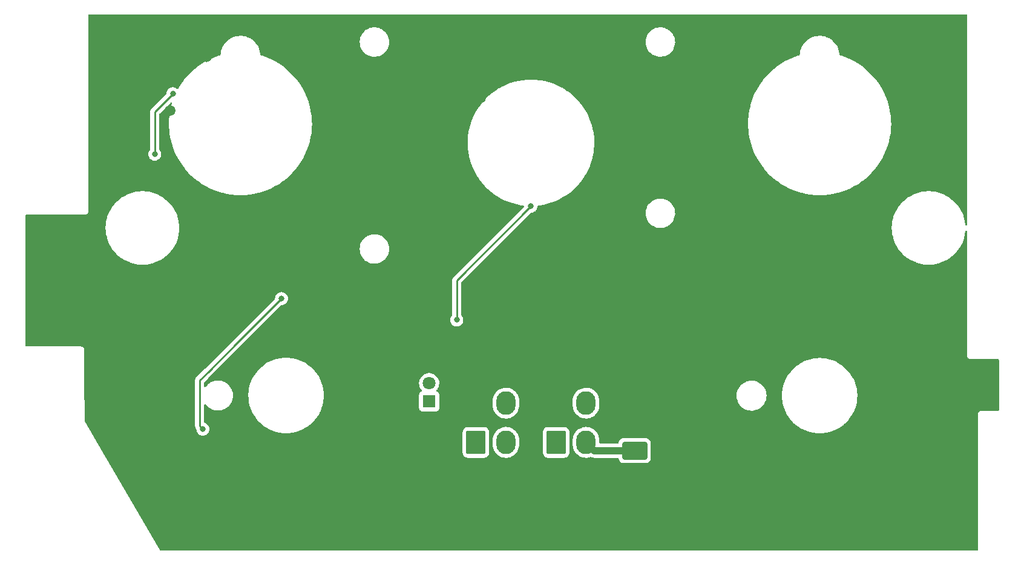
<source format=gbr>
%TF.GenerationSoftware,KiCad,Pcbnew,(6.0.9)*%
%TF.CreationDate,2022-12-26T22:47:05-09:00*%
%TF.ProjectId,PCB_ SNSR PANEL,5043422c-2053-44e5-9352-2050414e454c,rev?*%
%TF.SameCoordinates,Original*%
%TF.FileFunction,Copper,L2,Bot*%
%TF.FilePolarity,Positive*%
%FSLAX46Y46*%
G04 Gerber Fmt 4.6, Leading zero omitted, Abs format (unit mm)*
G04 Created by KiCad (PCBNEW (6.0.9)) date 2022-12-26 22:47:05*
%MOMM*%
%LPD*%
G01*
G04 APERTURE LIST*
G04 Aperture macros list*
%AMRoundRect*
0 Rectangle with rounded corners*
0 $1 Rounding radius*
0 $2 $3 $4 $5 $6 $7 $8 $9 X,Y pos of 4 corners*
0 Add a 4 corners polygon primitive as box body*
4,1,4,$2,$3,$4,$5,$6,$7,$8,$9,$2,$3,0*
0 Add four circle primitives for the rounded corners*
1,1,$1+$1,$2,$3*
1,1,$1+$1,$4,$5*
1,1,$1+$1,$6,$7*
1,1,$1+$1,$8,$9*
0 Add four rect primitives between the rounded corners*
20,1,$1+$1,$2,$3,$4,$5,0*
20,1,$1+$1,$4,$5,$6,$7,0*
20,1,$1+$1,$6,$7,$8,$9,0*
20,1,$1+$1,$8,$9,$2,$3,0*%
G04 Aperture macros list end*
%TA.AperFunction,ComponentPad*%
%ADD10RoundRect,0.250001X-1.099999X-1.399999X1.099999X-1.399999X1.099999X1.399999X-1.099999X1.399999X0*%
%TD*%
%TA.AperFunction,ComponentPad*%
%ADD11O,2.700000X3.300000*%
%TD*%
%TA.AperFunction,ComponentPad*%
%ADD12R,1.800000X1.800000*%
%TD*%
%TA.AperFunction,ComponentPad*%
%ADD13C,1.800000*%
%TD*%
%TA.AperFunction,SMDPad,CuDef*%
%ADD14RoundRect,0.250000X-1.500000X-1.000000X1.500000X-1.000000X1.500000X1.000000X-1.500000X1.000000X0*%
%TD*%
%TA.AperFunction,ViaPad*%
%ADD15C,1.500000*%
%TD*%
%TA.AperFunction,ViaPad*%
%ADD16C,0.800000*%
%TD*%
%TA.AperFunction,Conductor*%
%ADD17C,1.000000*%
%TD*%
%TA.AperFunction,Conductor*%
%ADD18C,0.250000*%
%TD*%
G04 APERTURE END LIST*
D10*
%TO.P,J2,1,Pin_1*%
%TO.N,/LED+5V*%
X144200000Y-110100000D03*
D11*
%TO.P,J2,2,Pin_2*%
X148400000Y-110100000D03*
%TO.P,J2,3,Pin_3*%
%TO.N,/LEDGND*%
X144200000Y-104600000D03*
%TO.P,J2,4,Pin_4*%
%TO.N,/DATAOUT*%
X148400000Y-104600000D03*
%TD*%
D10*
%TO.P,J1,1,Pin_1*%
%TO.N,/LED+5V*%
X155400000Y-110100000D03*
D11*
%TO.P,J1,2,Pin_2*%
X159600000Y-110100000D03*
%TO.P,J1,3,Pin_3*%
%TO.N,/LEDGND*%
X155400000Y-104600000D03*
%TO.P,J1,4,Pin_4*%
%TO.N,/DATAIN*%
X159600000Y-104600000D03*
%TD*%
D12*
%TO.P,D1,1,K*%
%TO.N,Net-(D1-Pad1)*%
X137650000Y-104350000D03*
D13*
%TO.P,D1,2,A*%
%TO.N,/LED+5V*%
X137650000Y-101810000D03*
%TD*%
D14*
%TO.P,C1,1*%
%TO.N,/LED+5V*%
X166400000Y-111250000D03*
%TO.P,C1,2*%
%TO.N,/LEDGND*%
X172900000Y-111250000D03*
%TD*%
D15*
%TO.N,/LEDGND*%
X141286200Y-107008200D03*
X90750000Y-95600000D03*
X185400000Y-118100000D03*
X182100000Y-74900000D03*
X197350000Y-115300000D03*
X111875000Y-111500000D03*
X160750000Y-58300000D03*
X148400000Y-94150000D03*
X207950000Y-66600000D03*
X157150000Y-79150000D03*
X144638000Y-77562500D03*
X205450000Y-113000000D03*
X141850000Y-68800000D03*
X144850000Y-61850000D03*
X97150000Y-72150000D03*
X97250000Y-108850000D03*
X126800000Y-66750000D03*
X111950000Y-97200000D03*
X210100000Y-91500000D03*
X191094700Y-85742200D03*
X90700000Y-82900000D03*
X197600000Y-121550000D03*
X208400000Y-108450000D03*
X119450000Y-95400000D03*
X104200000Y-108850000D03*
X164200000Y-72800000D03*
X197600000Y-92250000D03*
X201200000Y-57000000D03*
X186500000Y-93100000D03*
X104150000Y-74600000D03*
X178300000Y-122650000D03*
X214150000Y-104600000D03*
X106492200Y-56057800D03*
X126150000Y-81100000D03*
X90700000Y-89250000D03*
X127550000Y-95550000D03*
X117550000Y-81150000D03*
X199750000Y-88300000D03*
X186450000Y-87400000D03*
X98512600Y-91374300D03*
X208100000Y-56950000D03*
X137550000Y-77700000D03*
X204800000Y-121650000D03*
X197700000Y-78350000D03*
X169950000Y-96150000D03*
X122800000Y-86250000D03*
X110265800Y-92741300D03*
X180050000Y-108200000D03*
X181300000Y-66300000D03*
X182399500Y-58600500D03*
X101400000Y-63650000D03*
X178450000Y-87500000D03*
X170900000Y-87500000D03*
X211800000Y-121800000D03*
X121900000Y-56050000D03*
X172400000Y-108650000D03*
X136050000Y-95550000D03*
X205750000Y-97750000D03*
D16*
%TO.N,Net-(D6-Pad2)*%
X101800000Y-61250000D03*
X99263000Y-69713000D03*
%TO.N,Net-(D19-Pad2)*%
X106000000Y-108250000D03*
X117000000Y-89950000D03*
%TO.N,Net-(D23-Pad2)*%
X151900000Y-77000000D03*
X141514300Y-92935700D03*
%TD*%
D17*
%TO.N,/LEDGND*%
X172900000Y-111250000D02*
X172900000Y-109150000D01*
X172900000Y-109150000D02*
X172400000Y-108650000D01*
%TO.N,/LED+5V*%
X160750000Y-111250000D02*
X159600000Y-110100000D01*
X166400000Y-111250000D02*
X160750000Y-111250000D01*
D18*
%TO.N,Net-(D6-Pad2)*%
X101800000Y-61250000D02*
X101800000Y-61250000D01*
X99263000Y-63787000D02*
X101800000Y-61250000D01*
X99263000Y-69713000D02*
X99263000Y-63787000D01*
%TO.N,Net-(D19-Pad2)*%
X117000000Y-89950000D02*
X117000000Y-89950000D01*
X106000000Y-108250000D02*
X106000000Y-108250000D01*
X106800000Y-100150000D02*
X105550000Y-101400000D01*
X110825001Y-96124999D02*
X117000000Y-89950000D01*
X106800000Y-100150000D02*
X110825001Y-96124999D01*
X105550000Y-101400000D02*
X105550000Y-107800000D01*
X105550000Y-107800000D02*
X106000000Y-108250000D01*
%TO.N,Net-(D23-Pad2)*%
X151900000Y-77000000D02*
X151900000Y-77000000D01*
X141514300Y-92935700D02*
X141514300Y-87385700D01*
X141514300Y-87385700D02*
X151900000Y-77000000D01*
%TD*%
%TA.AperFunction,Conductor*%
%TO.N,/LEDGND*%
G36*
X212894219Y-50134702D02*
G01*
X212940712Y-50188358D01*
X212952098Y-50240899D01*
X212942769Y-56155273D01*
X212905846Y-79564448D01*
X212885736Y-79632537D01*
X212832007Y-79678945D01*
X212761718Y-79688938D01*
X212697183Y-79659343D01*
X212658894Y-79599557D01*
X212654924Y-79580695D01*
X212649038Y-79535982D01*
X212600480Y-79167151D01*
X212503133Y-78728049D01*
X212461613Y-78596362D01*
X212443236Y-78538079D01*
X212367887Y-78299101D01*
X212195769Y-77883574D01*
X211988092Y-77484629D01*
X211784300Y-77164740D01*
X211747909Y-77107617D01*
X211747907Y-77107614D01*
X211746434Y-77105302D01*
X211744770Y-77103134D01*
X211744762Y-77103122D01*
X211474317Y-76750673D01*
X211472635Y-76748481D01*
X211470777Y-76746453D01*
X211470770Y-76746445D01*
X211170631Y-76418900D01*
X211168780Y-76416880D01*
X211028957Y-76288756D01*
X210839215Y-76114890D01*
X210839207Y-76114883D01*
X210837179Y-76113025D01*
X210665348Y-75981174D01*
X210482538Y-75840898D01*
X210482526Y-75840890D01*
X210480358Y-75839226D01*
X210101031Y-75597568D01*
X209702086Y-75389891D01*
X209286559Y-75217773D01*
X208925360Y-75103888D01*
X208860235Y-75083354D01*
X208860228Y-75083352D01*
X208857611Y-75082527D01*
X208773633Y-75063909D01*
X208421207Y-74985778D01*
X208421204Y-74985777D01*
X208418509Y-74985180D01*
X208415779Y-74984821D01*
X208415770Y-74984819D01*
X208195551Y-74955827D01*
X207972593Y-74926474D01*
X207703802Y-74914739D01*
X207640210Y-74911962D01*
X207640205Y-74911962D01*
X207638833Y-74911902D01*
X207407683Y-74911902D01*
X207406311Y-74911962D01*
X207406306Y-74911962D01*
X207342714Y-74914739D01*
X207073923Y-74926474D01*
X206850965Y-74955827D01*
X206630746Y-74984819D01*
X206630737Y-74984821D01*
X206628007Y-74985180D01*
X206625312Y-74985777D01*
X206625309Y-74985778D01*
X206272883Y-75063909D01*
X206188905Y-75082527D01*
X206186288Y-75083352D01*
X206186281Y-75083354D01*
X206121156Y-75103888D01*
X205759957Y-75217773D01*
X205344430Y-75389891D01*
X204945485Y-75597568D01*
X204566158Y-75839226D01*
X204563990Y-75840890D01*
X204563978Y-75840898D01*
X204381168Y-75981174D01*
X204209337Y-76113025D01*
X204207309Y-76114883D01*
X204207301Y-76114890D01*
X204017559Y-76288756D01*
X203877736Y-76416880D01*
X203875885Y-76418900D01*
X203575746Y-76746445D01*
X203575739Y-76746453D01*
X203573881Y-76748481D01*
X203572199Y-76750673D01*
X203301754Y-77103122D01*
X203301746Y-77103134D01*
X203300082Y-77105302D01*
X203298609Y-77107614D01*
X203298607Y-77107617D01*
X203262216Y-77164740D01*
X203058424Y-77484629D01*
X202850747Y-77883574D01*
X202678629Y-78299101D01*
X202603280Y-78538079D01*
X202584904Y-78596362D01*
X202543383Y-78728049D01*
X202446036Y-79167151D01*
X202387330Y-79613067D01*
X202367712Y-80062402D01*
X202387330Y-80511737D01*
X202395374Y-80572835D01*
X202444006Y-80942231D01*
X202446036Y-80957653D01*
X202446633Y-80960348D01*
X202446634Y-80960351D01*
X202468431Y-81058671D01*
X202543383Y-81396755D01*
X202544208Y-81399372D01*
X202544210Y-81399379D01*
X202574647Y-81495912D01*
X202678629Y-81825703D01*
X202850747Y-82241230D01*
X203058424Y-82640175D01*
X203149707Y-82783460D01*
X203278394Y-82985458D01*
X203300082Y-83019502D01*
X203301746Y-83021670D01*
X203301754Y-83021682D01*
X203536001Y-83326957D01*
X203573881Y-83376323D01*
X203575739Y-83378351D01*
X203575746Y-83378359D01*
X203875885Y-83705904D01*
X203877736Y-83707924D01*
X203879756Y-83709775D01*
X204207301Y-84009914D01*
X204207309Y-84009921D01*
X204209337Y-84011779D01*
X204211529Y-84013461D01*
X204563978Y-84283906D01*
X204563990Y-84283914D01*
X204566158Y-84285578D01*
X204568470Y-84287051D01*
X204568473Y-84287053D01*
X204676665Y-84355979D01*
X204945485Y-84527236D01*
X205344430Y-84734913D01*
X205759957Y-84907031D01*
X205917263Y-84956629D01*
X206186281Y-85041450D01*
X206186288Y-85041452D01*
X206188905Y-85042277D01*
X206191590Y-85042872D01*
X206191589Y-85042872D01*
X206625309Y-85139026D01*
X206625312Y-85139027D01*
X206628007Y-85139624D01*
X206630737Y-85139983D01*
X206630746Y-85139985D01*
X206850965Y-85168977D01*
X207073923Y-85198330D01*
X207342714Y-85210065D01*
X207406306Y-85212842D01*
X207406311Y-85212842D01*
X207407683Y-85212902D01*
X207638833Y-85212902D01*
X207640205Y-85212842D01*
X207640210Y-85212842D01*
X207703802Y-85210065D01*
X207972593Y-85198330D01*
X208195551Y-85168977D01*
X208415770Y-85139985D01*
X208415779Y-85139983D01*
X208418509Y-85139624D01*
X208421204Y-85139027D01*
X208421207Y-85139026D01*
X208854927Y-85042872D01*
X208854926Y-85042872D01*
X208857611Y-85042277D01*
X208860228Y-85041452D01*
X208860235Y-85041450D01*
X209129253Y-84956629D01*
X209286559Y-84907031D01*
X209702086Y-84734913D01*
X210101031Y-84527236D01*
X210369851Y-84355979D01*
X210478043Y-84287053D01*
X210478046Y-84287051D01*
X210480358Y-84285578D01*
X210482526Y-84283914D01*
X210482538Y-84283906D01*
X210834987Y-84013461D01*
X210837179Y-84011779D01*
X210839207Y-84009921D01*
X210839215Y-84009914D01*
X211166760Y-83709775D01*
X211168780Y-83707924D01*
X211170631Y-83705904D01*
X211470770Y-83378359D01*
X211470777Y-83378351D01*
X211472635Y-83376323D01*
X211510515Y-83326957D01*
X211744762Y-83021682D01*
X211744770Y-83021670D01*
X211746434Y-83019502D01*
X211768123Y-82985458D01*
X211896809Y-82783460D01*
X211988092Y-82640175D01*
X212195769Y-82241230D01*
X212367887Y-81825703D01*
X212471869Y-81495912D01*
X212502306Y-81399379D01*
X212502308Y-81399372D01*
X212503133Y-81396755D01*
X212578085Y-81058671D01*
X212599882Y-80960351D01*
X212599883Y-80960348D01*
X212600480Y-80957653D01*
X212602511Y-80942231D01*
X212653334Y-80556190D01*
X212682057Y-80491262D01*
X212741322Y-80452171D01*
X212812313Y-80451326D01*
X212872492Y-80488996D01*
X212902751Y-80553222D01*
X212904256Y-80572830D01*
X212876916Y-97906123D01*
X212876424Y-97986721D01*
X212878891Y-97995352D01*
X212884412Y-98014670D01*
X212888016Y-98031614D01*
X212892093Y-98060409D01*
X212902894Y-98084264D01*
X212909257Y-98101598D01*
X212916451Y-98126771D01*
X212921241Y-98134362D01*
X212921241Y-98134363D01*
X212931963Y-98151357D01*
X212940184Y-98166621D01*
X212952172Y-98193099D01*
X212958017Y-98199905D01*
X212958022Y-98199912D01*
X212969230Y-98212961D01*
X212980205Y-98227817D01*
X212989383Y-98242362D01*
X212994176Y-98249958D01*
X213015963Y-98269199D01*
X213028135Y-98281540D01*
X213047077Y-98303594D01*
X213066036Y-98315925D01*
X213069023Y-98317868D01*
X213083732Y-98329051D01*
X213092206Y-98336535D01*
X213103351Y-98346378D01*
X213111474Y-98350192D01*
X213111479Y-98350195D01*
X213129660Y-98358731D01*
X213144809Y-98367161D01*
X213161656Y-98378119D01*
X213161660Y-98378121D01*
X213169180Y-98383012D01*
X213194255Y-98390554D01*
X213211508Y-98397157D01*
X213235200Y-98408281D01*
X213244068Y-98409662D01*
X213244069Y-98409662D01*
X213263916Y-98412752D01*
X213280823Y-98416592D01*
X213300064Y-98422379D01*
X213308665Y-98424966D01*
X213317644Y-98425035D01*
X213317645Y-98425035D01*
X213323092Y-98425077D01*
X213343239Y-98425231D01*
X213344371Y-98425279D01*
X213345786Y-98425500D01*
X213377725Y-98425500D01*
X213378692Y-98425504D01*
X213454318Y-98426085D01*
X213455984Y-98425612D01*
X213457642Y-98425500D01*
X217240500Y-98425500D01*
X217308621Y-98445502D01*
X217355114Y-98499158D01*
X217366500Y-98551500D01*
X217366500Y-105537500D01*
X217346498Y-105605621D01*
X217292842Y-105652114D01*
X217240500Y-105663500D01*
X214944815Y-105663500D01*
X214944209Y-105663499D01*
X214873396Y-105663158D01*
X214873395Y-105663158D01*
X214864420Y-105663115D01*
X214855789Y-105665594D01*
X214836401Y-105671162D01*
X214819481Y-105674785D01*
X214799503Y-105677646D01*
X214799497Y-105677648D01*
X214790613Y-105678920D01*
X214782444Y-105682635D01*
X214782442Y-105682635D01*
X214766862Y-105689719D01*
X214749493Y-105696122D01*
X214733052Y-105700844D01*
X214733049Y-105700845D01*
X214724422Y-105703323D01*
X214699780Y-105718916D01*
X214684568Y-105727136D01*
X214658018Y-105739208D01*
X214651215Y-105745070D01*
X214638254Y-105756238D01*
X214623377Y-105767261D01*
X214608926Y-105776405D01*
X214608924Y-105776406D01*
X214601336Y-105781208D01*
X214582064Y-105803087D01*
X214569766Y-105815250D01*
X214554475Y-105828425D01*
X214554471Y-105828430D01*
X214547673Y-105834287D01*
X214541055Y-105844498D01*
X214533485Y-105856176D01*
X214522301Y-105870930D01*
X214505057Y-105890507D01*
X214501254Y-105898634D01*
X214501253Y-105898636D01*
X214492699Y-105916917D01*
X214484307Y-105932047D01*
X214473333Y-105948977D01*
X214473330Y-105948983D01*
X214468448Y-105956515D01*
X214465876Y-105965117D01*
X214460973Y-105981511D01*
X214454380Y-105998810D01*
X214443325Y-106022436D01*
X214441956Y-106031302D01*
X214441955Y-106031306D01*
X214438876Y-106051253D01*
X214435068Y-106068131D01*
X214429285Y-106087466D01*
X214429284Y-106087471D01*
X214426714Y-106096066D01*
X214426659Y-106105038D01*
X214426659Y-106105039D01*
X214426503Y-106130616D01*
X214426459Y-106131685D01*
X214426249Y-106133045D01*
X214426270Y-106149092D01*
X214426290Y-106164825D01*
X214426288Y-106165758D01*
X214426093Y-106197737D01*
X214425824Y-106241721D01*
X214426283Y-106243330D01*
X214426394Y-106244929D01*
X214435155Y-113008500D01*
X214450878Y-125147589D01*
X214430964Y-125215735D01*
X214377369Y-125262298D01*
X214324848Y-125273752D01*
X110335266Y-125249387D01*
X100084966Y-125246985D01*
X100016850Y-125226967D01*
X99976144Y-125184445D01*
X92871702Y-112998238D01*
X92027626Y-111550400D01*
X142341500Y-111550400D01*
X142341837Y-111553646D01*
X142341837Y-111553650D01*
X142349878Y-111631141D01*
X142352474Y-111656165D01*
X142408450Y-111823945D01*
X142501522Y-111974348D01*
X142626697Y-112099305D01*
X142632927Y-112103145D01*
X142632928Y-112103146D01*
X142770090Y-112187694D01*
X142777262Y-112192115D01*
X142839457Y-112212744D01*
X142938611Y-112245632D01*
X142938613Y-112245632D01*
X142945139Y-112247797D01*
X142951975Y-112248497D01*
X142951978Y-112248498D01*
X142994495Y-112252854D01*
X143049600Y-112258500D01*
X145350400Y-112258500D01*
X145353646Y-112258163D01*
X145353650Y-112258163D01*
X145449307Y-112248238D01*
X145449311Y-112248237D01*
X145456165Y-112247526D01*
X145462701Y-112245345D01*
X145462703Y-112245345D01*
X145603689Y-112198308D01*
X145623945Y-112191550D01*
X145774348Y-112098478D01*
X145899305Y-111973303D01*
X145903146Y-111967072D01*
X145988275Y-111828968D01*
X145988276Y-111828966D01*
X145992115Y-111822738D01*
X146047797Y-111654861D01*
X146050228Y-111631141D01*
X146052909Y-111604969D01*
X146058500Y-111550400D01*
X146058500Y-110468512D01*
X146541500Y-110468512D01*
X146556047Y-110669004D01*
X146557031Y-110673459D01*
X146557031Y-110673462D01*
X146595196Y-110846322D01*
X146614194Y-110932372D01*
X146615812Y-110936642D01*
X146681944Y-111111194D01*
X146709750Y-111184588D01*
X146840714Y-111420368D01*
X146843486Y-111424000D01*
X146957608Y-111573535D01*
X147004343Y-111634773D01*
X147007609Y-111637966D01*
X147007611Y-111637968D01*
X147032914Y-111662703D01*
X147197208Y-111823312D01*
X147415270Y-111982034D01*
X147515031Y-112034521D01*
X147649921Y-112105490D01*
X147649927Y-112105493D01*
X147653961Y-112107615D01*
X147658266Y-112109135D01*
X147658270Y-112109137D01*
X147891643Y-112191550D01*
X147908280Y-112197425D01*
X148036032Y-112222605D01*
X148168428Y-112248700D01*
X148168434Y-112248701D01*
X148172900Y-112249581D01*
X148177453Y-112249808D01*
X148177456Y-112249808D01*
X148437708Y-112262764D01*
X148437714Y-112262764D01*
X148442277Y-112262991D01*
X148710769Y-112237375D01*
X148715203Y-112236290D01*
X148715209Y-112236289D01*
X148968312Y-112174355D01*
X148972750Y-112173269D01*
X149222733Y-112072015D01*
X149455482Y-111935735D01*
X149666119Y-111767284D01*
X149850234Y-111570191D01*
X149863963Y-111550400D01*
X153541500Y-111550400D01*
X153541837Y-111553646D01*
X153541837Y-111553650D01*
X153549878Y-111631141D01*
X153552474Y-111656165D01*
X153608450Y-111823945D01*
X153701522Y-111974348D01*
X153826697Y-112099305D01*
X153832927Y-112103145D01*
X153832928Y-112103146D01*
X153970090Y-112187694D01*
X153977262Y-112192115D01*
X154039457Y-112212744D01*
X154138611Y-112245632D01*
X154138613Y-112245632D01*
X154145139Y-112247797D01*
X154151975Y-112248497D01*
X154151978Y-112248498D01*
X154194495Y-112252854D01*
X154249600Y-112258500D01*
X156550400Y-112258500D01*
X156553646Y-112258163D01*
X156553650Y-112258163D01*
X156649307Y-112248238D01*
X156649311Y-112248237D01*
X156656165Y-112247526D01*
X156662701Y-112245345D01*
X156662703Y-112245345D01*
X156803689Y-112198308D01*
X156823945Y-112191550D01*
X156974348Y-112098478D01*
X157099305Y-111973303D01*
X157103146Y-111967072D01*
X157188275Y-111828968D01*
X157188276Y-111828966D01*
X157192115Y-111822738D01*
X157247797Y-111654861D01*
X157250228Y-111631141D01*
X157252909Y-111604969D01*
X157258500Y-111550400D01*
X157258500Y-110468512D01*
X157741500Y-110468512D01*
X157756047Y-110669004D01*
X157757031Y-110673459D01*
X157757031Y-110673462D01*
X157795196Y-110846322D01*
X157814194Y-110932372D01*
X157815812Y-110936642D01*
X157881944Y-111111194D01*
X157909750Y-111184588D01*
X158040714Y-111420368D01*
X158043486Y-111424000D01*
X158157608Y-111573535D01*
X158204343Y-111634773D01*
X158207609Y-111637966D01*
X158207611Y-111637968D01*
X158232914Y-111662703D01*
X158397208Y-111823312D01*
X158615270Y-111982034D01*
X158715031Y-112034521D01*
X158849921Y-112105490D01*
X158849927Y-112105493D01*
X158853961Y-112107615D01*
X158858266Y-112109135D01*
X158858270Y-112109137D01*
X159091643Y-112191550D01*
X159108280Y-112197425D01*
X159236032Y-112222605D01*
X159368428Y-112248700D01*
X159368434Y-112248701D01*
X159372900Y-112249581D01*
X159377453Y-112249808D01*
X159377456Y-112249808D01*
X159637708Y-112262764D01*
X159637714Y-112262764D01*
X159642277Y-112262991D01*
X159910769Y-112237375D01*
X159915203Y-112236290D01*
X159915209Y-112236289D01*
X160168312Y-112174355D01*
X160172750Y-112173269D01*
X160176981Y-112171555D01*
X160176988Y-112171553D01*
X160211193Y-112157698D01*
X160281840Y-112150662D01*
X160319196Y-112164066D01*
X160350787Y-112181433D01*
X160355865Y-112183044D01*
X160360563Y-112185563D01*
X160449498Y-112212753D01*
X160450702Y-112213128D01*
X160539306Y-112241235D01*
X160544597Y-112241828D01*
X160549698Y-112243388D01*
X160642311Y-112252795D01*
X160643431Y-112252915D01*
X160693227Y-112258500D01*
X160696756Y-112258500D01*
X160697739Y-112258555D01*
X160703426Y-112259003D01*
X160723683Y-112261060D01*
X160740336Y-112262752D01*
X160740339Y-112262752D01*
X160746463Y-112263374D01*
X160792112Y-112259059D01*
X160803969Y-112258500D01*
X164023550Y-112258500D01*
X164091671Y-112278502D01*
X164138164Y-112332158D01*
X164148877Y-112371496D01*
X164152474Y-112406166D01*
X164208450Y-112573946D01*
X164301522Y-112724348D01*
X164426697Y-112849305D01*
X164432927Y-112853145D01*
X164432928Y-112853146D01*
X164570090Y-112937694D01*
X164577262Y-112942115D01*
X164657005Y-112968564D01*
X164738611Y-112995632D01*
X164738613Y-112995632D01*
X164745139Y-112997797D01*
X164751975Y-112998497D01*
X164751978Y-112998498D01*
X164795031Y-113002909D01*
X164849600Y-113008500D01*
X167950400Y-113008500D01*
X167953646Y-113008163D01*
X167953650Y-113008163D01*
X168049308Y-112998238D01*
X168049312Y-112998237D01*
X168056166Y-112997526D01*
X168062702Y-112995345D01*
X168062704Y-112995345D01*
X168194806Y-112951272D01*
X168223946Y-112941550D01*
X168374348Y-112848478D01*
X168499305Y-112723303D01*
X168592115Y-112572738D01*
X168647797Y-112404861D01*
X168651216Y-112371497D01*
X168658172Y-112303598D01*
X168658500Y-112300400D01*
X168658500Y-110199600D01*
X168655205Y-110167842D01*
X168648238Y-110100692D01*
X168648237Y-110100688D01*
X168647526Y-110093834D01*
X168591550Y-109926054D01*
X168498478Y-109775652D01*
X168373303Y-109650695D01*
X168315267Y-109614921D01*
X168228968Y-109561725D01*
X168228966Y-109561724D01*
X168222738Y-109557885D01*
X168062254Y-109504655D01*
X168061389Y-109504368D01*
X168061387Y-109504368D01*
X168054861Y-109502203D01*
X168048025Y-109501503D01*
X168048022Y-109501502D01*
X168004969Y-109497091D01*
X167950400Y-109491500D01*
X164849600Y-109491500D01*
X164846354Y-109491837D01*
X164846350Y-109491837D01*
X164750692Y-109501762D01*
X164750688Y-109501763D01*
X164743834Y-109502474D01*
X164737298Y-109504655D01*
X164737296Y-109504655D01*
X164658343Y-109530996D01*
X164576054Y-109558450D01*
X164425652Y-109651522D01*
X164300695Y-109776697D01*
X164207885Y-109927262D01*
X164152203Y-110095139D01*
X164151502Y-110101977D01*
X164151502Y-110101979D01*
X164148801Y-110128342D01*
X164121960Y-110194070D01*
X164063845Y-110234852D01*
X164023457Y-110241500D01*
X161584500Y-110241500D01*
X161516379Y-110221498D01*
X161469886Y-110167842D01*
X161458500Y-110115500D01*
X161458500Y-109731488D01*
X161443953Y-109530996D01*
X161442969Y-109526538D01*
X161386791Y-109272088D01*
X161386790Y-109272084D01*
X161385806Y-109267628D01*
X161328401Y-109116109D01*
X161291868Y-109019682D01*
X161291867Y-109019679D01*
X161290250Y-109015412D01*
X161178013Y-108813347D01*
X161161504Y-108783625D01*
X161161503Y-108783624D01*
X161159286Y-108779632D01*
X161057568Y-108646350D01*
X160998429Y-108568859D01*
X160998428Y-108568858D01*
X160995657Y-108565227D01*
X160968431Y-108538611D01*
X160860769Y-108433365D01*
X160802792Y-108376688D01*
X160584730Y-108217966D01*
X160442978Y-108143387D01*
X160350079Y-108094510D01*
X160350073Y-108094507D01*
X160346039Y-108092385D01*
X160341734Y-108090865D01*
X160341730Y-108090863D01*
X160096033Y-108004098D01*
X160096032Y-108004098D01*
X160091720Y-108002575D01*
X159963968Y-107977395D01*
X159831572Y-107951300D01*
X159831566Y-107951299D01*
X159827100Y-107950419D01*
X159822547Y-107950192D01*
X159822544Y-107950192D01*
X159562292Y-107937236D01*
X159562286Y-107937236D01*
X159557723Y-107937009D01*
X159289231Y-107962625D01*
X159284797Y-107963710D01*
X159284791Y-107963711D01*
X159086200Y-108012306D01*
X159027250Y-108026731D01*
X158777267Y-108127985D01*
X158648189Y-108203563D01*
X158549934Y-108261094D01*
X158544518Y-108264265D01*
X158333881Y-108432716D01*
X158149766Y-108629809D01*
X157996032Y-108851416D01*
X157994001Y-108855499D01*
X157993999Y-108855502D01*
X157957501Y-108928866D01*
X157875899Y-109092894D01*
X157874478Y-109097228D01*
X157874477Y-109097231D01*
X157866959Y-109120166D01*
X157791882Y-109349186D01*
X157791102Y-109353677D01*
X157791102Y-109353678D01*
X157759525Y-109535547D01*
X157745743Y-109614921D01*
X157741500Y-109700149D01*
X157741500Y-110468512D01*
X157258500Y-110468512D01*
X157258500Y-108649600D01*
X157254938Y-108615271D01*
X157248238Y-108550693D01*
X157248237Y-108550689D01*
X157247526Y-108543835D01*
X157191550Y-108376055D01*
X157098478Y-108225652D01*
X156973303Y-108100695D01*
X156939021Y-108079563D01*
X156828968Y-108011725D01*
X156828966Y-108011724D01*
X156822738Y-108007885D01*
X156742995Y-107981436D01*
X156661389Y-107954368D01*
X156661387Y-107954368D01*
X156654861Y-107952203D01*
X156648025Y-107951503D01*
X156648022Y-107951502D01*
X156604969Y-107947091D01*
X156550400Y-107941500D01*
X154249600Y-107941500D01*
X154246354Y-107941837D01*
X154246350Y-107941837D01*
X154150693Y-107951762D01*
X154150689Y-107951763D01*
X154143835Y-107952474D01*
X154137299Y-107954655D01*
X154137297Y-107954655D01*
X154102783Y-107966170D01*
X153976055Y-108008450D01*
X153825652Y-108101522D01*
X153700695Y-108226697D01*
X153696855Y-108232927D01*
X153696854Y-108232928D01*
X153632193Y-108337828D01*
X153607885Y-108377262D01*
X153552203Y-108545139D01*
X153551503Y-108551975D01*
X153551502Y-108551978D01*
X153547091Y-108595031D01*
X153541500Y-108649600D01*
X153541500Y-111550400D01*
X149863963Y-111550400D01*
X150003968Y-111348584D01*
X150124101Y-111107106D01*
X150208118Y-110850814D01*
X150208898Y-110846322D01*
X150253601Y-110588860D01*
X150253602Y-110588852D01*
X150254257Y-110585079D01*
X150258500Y-110499851D01*
X150258500Y-109731488D01*
X150243953Y-109530996D01*
X150242969Y-109526538D01*
X150186791Y-109272088D01*
X150186790Y-109272084D01*
X150185806Y-109267628D01*
X150128401Y-109116109D01*
X150091868Y-109019682D01*
X150091867Y-109019679D01*
X150090250Y-109015412D01*
X149978013Y-108813347D01*
X149961504Y-108783625D01*
X149961503Y-108783624D01*
X149959286Y-108779632D01*
X149857568Y-108646350D01*
X149798429Y-108568859D01*
X149798428Y-108568858D01*
X149795657Y-108565227D01*
X149768431Y-108538611D01*
X149660769Y-108433365D01*
X149602792Y-108376688D01*
X149384730Y-108217966D01*
X149242978Y-108143387D01*
X149150079Y-108094510D01*
X149150073Y-108094507D01*
X149146039Y-108092385D01*
X149141734Y-108090865D01*
X149141730Y-108090863D01*
X148896033Y-108004098D01*
X148896032Y-108004098D01*
X148891720Y-108002575D01*
X148763968Y-107977395D01*
X148631572Y-107951300D01*
X148631566Y-107951299D01*
X148627100Y-107950419D01*
X148622547Y-107950192D01*
X148622544Y-107950192D01*
X148362292Y-107937236D01*
X148362286Y-107937236D01*
X148357723Y-107937009D01*
X148089231Y-107962625D01*
X148084797Y-107963710D01*
X148084791Y-107963711D01*
X147886200Y-108012306D01*
X147827250Y-108026731D01*
X147577267Y-108127985D01*
X147448189Y-108203563D01*
X147349934Y-108261094D01*
X147344518Y-108264265D01*
X147133881Y-108432716D01*
X146949766Y-108629809D01*
X146796032Y-108851416D01*
X146794001Y-108855499D01*
X146793999Y-108855502D01*
X146757501Y-108928866D01*
X146675899Y-109092894D01*
X146674478Y-109097228D01*
X146674477Y-109097231D01*
X146666959Y-109120166D01*
X146591882Y-109349186D01*
X146591102Y-109353677D01*
X146591102Y-109353678D01*
X146559525Y-109535547D01*
X146545743Y-109614921D01*
X146541500Y-109700149D01*
X146541500Y-110468512D01*
X146058500Y-110468512D01*
X146058500Y-108649600D01*
X146054938Y-108615271D01*
X146048238Y-108550693D01*
X146048237Y-108550689D01*
X146047526Y-108543835D01*
X145991550Y-108376055D01*
X145898478Y-108225652D01*
X145773303Y-108100695D01*
X145739021Y-108079563D01*
X145628968Y-108011725D01*
X145628966Y-108011724D01*
X145622738Y-108007885D01*
X145542995Y-107981436D01*
X145461389Y-107954368D01*
X145461387Y-107954368D01*
X145454861Y-107952203D01*
X145448025Y-107951503D01*
X145448022Y-107951502D01*
X145404969Y-107947091D01*
X145350400Y-107941500D01*
X143049600Y-107941500D01*
X143046354Y-107941837D01*
X143046350Y-107941837D01*
X142950693Y-107951762D01*
X142950689Y-107951763D01*
X142943835Y-107952474D01*
X142937299Y-107954655D01*
X142937297Y-107954655D01*
X142902783Y-107966170D01*
X142776055Y-108008450D01*
X142625652Y-108101522D01*
X142500695Y-108226697D01*
X142496855Y-108232927D01*
X142496854Y-108232928D01*
X142432193Y-108337828D01*
X142407885Y-108377262D01*
X142352203Y-108545139D01*
X142351503Y-108551975D01*
X142351502Y-108551978D01*
X142347091Y-108595031D01*
X142341500Y-108649600D01*
X142341500Y-111550400D01*
X92027626Y-111550400D01*
X89450615Y-107130068D01*
X89433467Y-107066927D01*
X89433164Y-106946596D01*
X89419107Y-101379943D01*
X104911780Y-101379943D01*
X104912526Y-101387835D01*
X104915941Y-101423961D01*
X104916500Y-101435819D01*
X104916500Y-107721233D01*
X104915973Y-107732416D01*
X104914298Y-107739909D01*
X104914547Y-107747835D01*
X104914547Y-107747836D01*
X104916438Y-107807986D01*
X104916500Y-107811945D01*
X104916500Y-107839856D01*
X104916997Y-107843790D01*
X104916997Y-107843791D01*
X104917005Y-107843856D01*
X104917938Y-107855693D01*
X104919327Y-107899889D01*
X104924978Y-107919339D01*
X104928987Y-107938700D01*
X104930468Y-107950419D01*
X104931526Y-107958797D01*
X104934445Y-107966168D01*
X104934445Y-107966170D01*
X104947804Y-107999912D01*
X104951649Y-108011142D01*
X104956178Y-108026731D01*
X104963982Y-108053593D01*
X104968015Y-108060412D01*
X104968017Y-108060417D01*
X104974293Y-108071028D01*
X104982988Y-108088776D01*
X104990448Y-108107617D01*
X104995110Y-108114033D01*
X104995110Y-108114034D01*
X105016436Y-108143387D01*
X105022952Y-108153307D01*
X105045458Y-108191362D01*
X105052878Y-108198782D01*
X105053843Y-108200549D01*
X105055921Y-108203228D01*
X105055489Y-108203563D01*
X105086904Y-108261094D01*
X105089092Y-108274703D01*
X105106458Y-108439928D01*
X105165473Y-108621556D01*
X105168776Y-108627278D01*
X105168777Y-108627279D01*
X105183523Y-108652819D01*
X105260960Y-108786944D01*
X105265378Y-108791851D01*
X105265379Y-108791852D01*
X105284408Y-108812986D01*
X105388747Y-108928866D01*
X105543248Y-109041118D01*
X105549276Y-109043802D01*
X105549278Y-109043803D01*
X105659539Y-109092894D01*
X105717712Y-109118794D01*
X105811112Y-109138647D01*
X105898056Y-109157128D01*
X105898061Y-109157128D01*
X105904513Y-109158500D01*
X106095487Y-109158500D01*
X106101939Y-109157128D01*
X106101944Y-109157128D01*
X106188888Y-109138647D01*
X106282288Y-109118794D01*
X106340461Y-109092894D01*
X106450722Y-109043803D01*
X106450724Y-109043802D01*
X106456752Y-109041118D01*
X106611253Y-108928866D01*
X106715592Y-108812986D01*
X106734621Y-108791852D01*
X106734622Y-108791851D01*
X106739040Y-108786944D01*
X106816477Y-108652819D01*
X106831223Y-108627279D01*
X106831224Y-108627278D01*
X106834527Y-108621556D01*
X106893542Y-108439928D01*
X106900129Y-108377262D01*
X106912814Y-108256565D01*
X106913504Y-108250000D01*
X106907341Y-108191362D01*
X106894232Y-108066635D01*
X106894232Y-108066633D01*
X106893542Y-108060072D01*
X106834527Y-107878444D01*
X106739040Y-107713056D01*
X106611253Y-107571134D01*
X106512157Y-107499136D01*
X106462094Y-107462763D01*
X106462093Y-107462762D01*
X106456752Y-107458882D01*
X106450724Y-107456198D01*
X106450722Y-107456197D01*
X106288317Y-107383890D01*
X106288315Y-107383889D01*
X106282288Y-107381206D01*
X106275833Y-107379834D01*
X106270564Y-107378122D01*
X106211958Y-107338049D01*
X106184321Y-107272652D01*
X106183500Y-107258289D01*
X106183500Y-104838227D01*
X106203502Y-104770106D01*
X106257158Y-104723613D01*
X106327432Y-104713509D01*
X106392012Y-104743003D01*
X106413339Y-104766859D01*
X106461800Y-104837370D01*
X106464687Y-104840543D01*
X106464688Y-104840544D01*
X106651247Y-105045570D01*
X106654137Y-105048746D01*
X106873383Y-105232063D01*
X106877024Y-105234347D01*
X107111839Y-105381647D01*
X107111843Y-105381649D01*
X107115479Y-105383930D01*
X107119389Y-105385695D01*
X107119390Y-105385696D01*
X107372033Y-105499769D01*
X107372037Y-105499771D01*
X107375945Y-105501535D01*
X107380064Y-105502755D01*
X107645850Y-105581485D01*
X107645855Y-105581486D01*
X107649963Y-105582703D01*
X107654197Y-105583351D01*
X107654202Y-105583352D01*
X107884826Y-105618642D01*
X107932460Y-105625931D01*
X108077945Y-105628216D01*
X108213920Y-105630353D01*
X108213926Y-105630353D01*
X108218211Y-105630420D01*
X108501928Y-105596086D01*
X108778360Y-105523566D01*
X108782320Y-105521926D01*
X108782325Y-105521924D01*
X108910376Y-105468883D01*
X109042392Y-105414200D01*
X109241015Y-105298134D01*
X109285435Y-105272177D01*
X109285436Y-105272176D01*
X109289138Y-105270013D01*
X109514033Y-105093673D01*
X109518698Y-105088860D01*
X109709933Y-104891520D01*
X109712916Y-104888442D01*
X109715449Y-104884994D01*
X109715453Y-104884989D01*
X109879567Y-104661574D01*
X109882105Y-104658119D01*
X109894700Y-104634922D01*
X110016420Y-104410741D01*
X110016421Y-104410739D01*
X110018470Y-104406965D01*
X110083912Y-104233779D01*
X110117971Y-104143646D01*
X110117972Y-104143642D01*
X110119489Y-104139628D01*
X110158048Y-103971270D01*
X110182332Y-103865239D01*
X110182333Y-103865235D01*
X110183290Y-103861055D01*
X110183949Y-103853678D01*
X110208475Y-103578865D01*
X110208695Y-103576400D01*
X110209156Y-103532402D01*
X112357237Y-103532402D01*
X112357357Y-103535150D01*
X112376399Y-103971270D01*
X112377314Y-103992238D01*
X112399458Y-104160440D01*
X112427754Y-104375363D01*
X112437392Y-104448574D01*
X112537013Y-104897937D01*
X112537841Y-104900562D01*
X112537842Y-104900567D01*
X112664266Y-105301531D01*
X112675420Y-105336908D01*
X112810699Y-105663500D01*
X112847605Y-105752598D01*
X112851559Y-105762145D01*
X113064090Y-106170413D01*
X113311395Y-106558604D01*
X113591592Y-106923764D01*
X113902548Y-107263113D01*
X114241897Y-107574069D01*
X114244059Y-107575728D01*
X114244065Y-107575733D01*
X114331066Y-107642491D01*
X114607057Y-107854266D01*
X114995248Y-108101571D01*
X115403516Y-108314102D01*
X115828753Y-108490241D01*
X115831373Y-108491067D01*
X115831381Y-108491070D01*
X116265094Y-108627819D01*
X116265099Y-108627820D01*
X116267724Y-108628648D01*
X116717087Y-108728269D01*
X116719807Y-108728627D01*
X116719812Y-108728628D01*
X116890682Y-108751123D01*
X117173423Y-108788347D01*
X117176172Y-108788467D01*
X117176183Y-108788468D01*
X117630511Y-108808304D01*
X117633259Y-108808424D01*
X117636007Y-108808304D01*
X118090335Y-108788468D01*
X118090346Y-108788467D01*
X118093095Y-108788347D01*
X118375836Y-108751123D01*
X118546706Y-108728628D01*
X118546711Y-108728627D01*
X118549431Y-108728269D01*
X118998794Y-108628648D01*
X119001419Y-108627820D01*
X119001424Y-108627819D01*
X119435137Y-108491070D01*
X119435145Y-108491067D01*
X119437765Y-108490241D01*
X119863002Y-108314102D01*
X120271270Y-108101571D01*
X120659461Y-107854266D01*
X120935452Y-107642491D01*
X121022453Y-107575733D01*
X121022459Y-107575728D01*
X121024621Y-107574069D01*
X121363970Y-107263113D01*
X121674926Y-106923764D01*
X121955123Y-106558604D01*
X122202428Y-106170413D01*
X122414959Y-105762145D01*
X122418914Y-105752598D01*
X122455819Y-105663500D01*
X122591098Y-105336908D01*
X122602253Y-105301531D01*
X122728676Y-104900567D01*
X122728677Y-104900562D01*
X122729505Y-104897937D01*
X122829126Y-104448574D01*
X122838765Y-104375363D01*
X122867060Y-104160440D01*
X122889204Y-103992238D01*
X122890120Y-103971270D01*
X122909161Y-103535150D01*
X122909281Y-103532402D01*
X122908048Y-103504157D01*
X122889325Y-103075326D01*
X122889324Y-103075315D01*
X122889204Y-103072566D01*
X122842520Y-102717966D01*
X122829485Y-102618955D01*
X122829484Y-102618950D01*
X122829126Y-102616230D01*
X122729505Y-102166867D01*
X122728676Y-102164237D01*
X122606098Y-101775469D01*
X136237095Y-101775469D01*
X136237392Y-101780622D01*
X136237392Y-101780625D01*
X136243067Y-101879041D01*
X136250427Y-102006697D01*
X136251564Y-102011743D01*
X136251565Y-102011749D01*
X136283741Y-102154523D01*
X136301346Y-102232642D01*
X136303288Y-102237424D01*
X136303289Y-102237428D01*
X136386540Y-102442450D01*
X136388484Y-102447237D01*
X136509501Y-102644719D01*
X136512882Y-102648622D01*
X136621304Y-102773788D01*
X136650786Y-102838373D01*
X136640671Y-102908646D01*
X136594170Y-102962294D01*
X136570296Y-102974267D01*
X136532621Y-102988391D01*
X136503295Y-102999385D01*
X136386739Y-103086739D01*
X136299385Y-103203295D01*
X136248255Y-103339684D01*
X136241500Y-103401866D01*
X136241500Y-105298134D01*
X136248255Y-105360316D01*
X136299385Y-105496705D01*
X136386739Y-105613261D01*
X136503295Y-105700615D01*
X136639684Y-105751745D01*
X136701866Y-105758500D01*
X138598134Y-105758500D01*
X138660316Y-105751745D01*
X138796705Y-105700615D01*
X138913261Y-105613261D01*
X139000615Y-105496705D01*
X139051745Y-105360316D01*
X139058500Y-105298134D01*
X139058500Y-104968512D01*
X146541500Y-104968512D01*
X146556047Y-105169004D01*
X146557031Y-105173459D01*
X146557031Y-105173462D01*
X146603889Y-105385696D01*
X146614194Y-105432372D01*
X146640860Y-105502755D01*
X146707603Y-105678920D01*
X146709750Y-105684588D01*
X146840714Y-105920368D01*
X146843486Y-105924000D01*
X146957608Y-106073535D01*
X147004343Y-106134773D01*
X147007609Y-106137966D01*
X147007611Y-106137968D01*
X147040801Y-106170413D01*
X147197208Y-106323312D01*
X147415270Y-106482034D01*
X147515031Y-106534521D01*
X147649921Y-106605490D01*
X147649927Y-106605493D01*
X147653961Y-106607615D01*
X147658266Y-106609135D01*
X147658270Y-106609137D01*
X147903967Y-106695902D01*
X147908280Y-106697425D01*
X148036032Y-106722605D01*
X148168428Y-106748700D01*
X148168434Y-106748701D01*
X148172900Y-106749581D01*
X148177453Y-106749808D01*
X148177456Y-106749808D01*
X148437708Y-106762764D01*
X148437714Y-106762764D01*
X148442277Y-106762991D01*
X148710769Y-106737375D01*
X148715203Y-106736290D01*
X148715209Y-106736289D01*
X148968312Y-106674355D01*
X148972750Y-106673269D01*
X149222733Y-106572015D01*
X149455482Y-106435735D01*
X149666119Y-106267284D01*
X149850234Y-106070191D01*
X150003968Y-105848584D01*
X150020552Y-105815250D01*
X150095004Y-105665594D01*
X150124101Y-105607106D01*
X150125523Y-105602769D01*
X150206698Y-105355147D01*
X150206699Y-105355141D01*
X150208118Y-105350814D01*
X150210091Y-105339449D01*
X150253601Y-105088860D01*
X150253602Y-105088852D01*
X150254257Y-105085079D01*
X150258500Y-104999851D01*
X150258500Y-104968512D01*
X157741500Y-104968512D01*
X157756047Y-105169004D01*
X157757031Y-105173459D01*
X157757031Y-105173462D01*
X157803889Y-105385696D01*
X157814194Y-105432372D01*
X157840860Y-105502755D01*
X157907603Y-105678920D01*
X157909750Y-105684588D01*
X158040714Y-105920368D01*
X158043486Y-105924000D01*
X158157608Y-106073535D01*
X158204343Y-106134773D01*
X158207609Y-106137966D01*
X158207611Y-106137968D01*
X158240801Y-106170413D01*
X158397208Y-106323312D01*
X158615270Y-106482034D01*
X158715031Y-106534521D01*
X158849921Y-106605490D01*
X158849927Y-106605493D01*
X158853961Y-106607615D01*
X158858266Y-106609135D01*
X158858270Y-106609137D01*
X159103967Y-106695902D01*
X159108280Y-106697425D01*
X159236032Y-106722605D01*
X159368428Y-106748700D01*
X159368434Y-106748701D01*
X159372900Y-106749581D01*
X159377453Y-106749808D01*
X159377456Y-106749808D01*
X159637708Y-106762764D01*
X159637714Y-106762764D01*
X159642277Y-106762991D01*
X159910769Y-106737375D01*
X159915203Y-106736290D01*
X159915209Y-106736289D01*
X160168312Y-106674355D01*
X160172750Y-106673269D01*
X160422733Y-106572015D01*
X160655482Y-106435735D01*
X160866119Y-106267284D01*
X161050234Y-106070191D01*
X161203968Y-105848584D01*
X161220552Y-105815250D01*
X161295004Y-105665594D01*
X161324101Y-105607106D01*
X161325523Y-105602769D01*
X161406698Y-105355147D01*
X161406699Y-105355141D01*
X161408118Y-105350814D01*
X161410091Y-105339449D01*
X161453601Y-105088860D01*
X161453602Y-105088852D01*
X161454257Y-105085079D01*
X161458500Y-104999851D01*
X161458500Y-104231488D01*
X161453941Y-104168646D01*
X161444283Y-104035547D01*
X161443953Y-104030996D01*
X161441520Y-104019977D01*
X161386791Y-103772088D01*
X161386790Y-103772084D01*
X161385806Y-103767628D01*
X161321891Y-103598926D01*
X161297824Y-103535402D01*
X180657477Y-103535402D01*
X180673928Y-103820714D01*
X180674753Y-103824919D01*
X180674754Y-103824927D01*
X180682663Y-103865239D01*
X180728948Y-104101154D01*
X180730335Y-104105204D01*
X180730336Y-104105209D01*
X180795443Y-104295370D01*
X180821519Y-104371532D01*
X180823446Y-104375363D01*
X180944137Y-104615329D01*
X180949929Y-104626846D01*
X181111800Y-104862370D01*
X181114687Y-104865543D01*
X181114688Y-104865544D01*
X181301247Y-105070570D01*
X181304137Y-105073746D01*
X181307432Y-105076501D01*
X181307433Y-105076502D01*
X181331140Y-105096324D01*
X181523383Y-105257063D01*
X181527024Y-105259347D01*
X181761839Y-105406647D01*
X181761843Y-105406649D01*
X181765479Y-105408930D01*
X181769389Y-105410695D01*
X181769390Y-105410696D01*
X182022033Y-105524769D01*
X182022037Y-105524771D01*
X182025945Y-105526535D01*
X182030064Y-105527755D01*
X182295850Y-105606485D01*
X182295855Y-105606486D01*
X182299963Y-105607703D01*
X182304197Y-105608351D01*
X182304202Y-105608352D01*
X182551229Y-105646152D01*
X182582460Y-105650931D01*
X182727945Y-105653216D01*
X182863920Y-105655353D01*
X182863926Y-105655353D01*
X182868211Y-105655420D01*
X183151928Y-105621086D01*
X183428360Y-105548566D01*
X183432320Y-105546926D01*
X183432325Y-105546924D01*
X183573862Y-105488297D01*
X183692392Y-105439200D01*
X183863095Y-105339449D01*
X183935435Y-105297177D01*
X183935436Y-105297176D01*
X183939138Y-105295013D01*
X184164033Y-105118673D01*
X184191249Y-105090589D01*
X184309549Y-104968512D01*
X184362916Y-104913442D01*
X184365449Y-104909994D01*
X184365453Y-104909989D01*
X184529567Y-104686574D01*
X184532105Y-104683119D01*
X184576057Y-104602170D01*
X184666420Y-104435741D01*
X184666421Y-104435739D01*
X184668470Y-104431965D01*
X184720085Y-104295370D01*
X184767971Y-104168646D01*
X184767972Y-104168642D01*
X184769489Y-104164628D01*
X184800094Y-104030996D01*
X184832332Y-103890239D01*
X184832333Y-103890235D01*
X184833290Y-103886055D01*
X184835522Y-103861055D01*
X184858475Y-103603865D01*
X184858695Y-103601400D01*
X184859156Y-103557402D01*
X187007237Y-103557402D01*
X187007357Y-103560150D01*
X187026399Y-103996270D01*
X187027314Y-104017238D01*
X187055521Y-104231488D01*
X187084101Y-104448574D01*
X187087392Y-104473574D01*
X187187013Y-104922937D01*
X187187841Y-104925562D01*
X187187842Y-104925567D01*
X187320506Y-105346322D01*
X187325420Y-105361908D01*
X187501559Y-105787145D01*
X187714090Y-106195413D01*
X187961395Y-106583604D01*
X188144744Y-106822549D01*
X188223959Y-106925784D01*
X188241592Y-106948764D01*
X188552548Y-107288113D01*
X188554568Y-107289964D01*
X188715600Y-107437523D01*
X188891897Y-107599069D01*
X188894059Y-107600728D01*
X188894065Y-107600733D01*
X189018112Y-107695917D01*
X189257057Y-107879266D01*
X189645248Y-108126571D01*
X190053516Y-108339102D01*
X190478753Y-108515241D01*
X190481373Y-108516067D01*
X190481381Y-108516070D01*
X190915094Y-108652819D01*
X190915099Y-108652820D01*
X190917724Y-108653648D01*
X191367087Y-108753269D01*
X191369807Y-108753627D01*
X191369812Y-108753628D01*
X191539745Y-108776000D01*
X191823423Y-108813347D01*
X191826172Y-108813467D01*
X191826183Y-108813468D01*
X192280511Y-108833304D01*
X192283259Y-108833424D01*
X192286007Y-108833304D01*
X192740335Y-108813468D01*
X192740346Y-108813467D01*
X192743095Y-108813347D01*
X193026773Y-108776000D01*
X193196706Y-108753628D01*
X193196711Y-108753627D01*
X193199431Y-108753269D01*
X193648794Y-108653648D01*
X193651419Y-108652820D01*
X193651424Y-108652819D01*
X194085137Y-108516070D01*
X194085145Y-108516067D01*
X194087765Y-108515241D01*
X194513002Y-108339102D01*
X194921270Y-108126571D01*
X195309461Y-107879266D01*
X195548406Y-107695917D01*
X195672453Y-107600733D01*
X195672459Y-107600728D01*
X195674621Y-107599069D01*
X195850918Y-107437523D01*
X196011950Y-107289964D01*
X196013970Y-107288113D01*
X196324926Y-106948764D01*
X196342560Y-106925784D01*
X196421774Y-106822549D01*
X196605123Y-106583604D01*
X196852428Y-106195413D01*
X197064959Y-105787145D01*
X197241098Y-105361908D01*
X197246013Y-105346322D01*
X197378676Y-104925567D01*
X197378677Y-104925562D01*
X197379505Y-104922937D01*
X197479126Y-104473574D01*
X197482418Y-104448574D01*
X197510997Y-104231488D01*
X197539204Y-104017238D01*
X197540120Y-103996270D01*
X197559161Y-103560150D01*
X197559281Y-103557402D01*
X197552490Y-103401866D01*
X197539325Y-103100326D01*
X197539324Y-103100315D01*
X197539204Y-103097566D01*
X197489582Y-102720648D01*
X197479485Y-102643955D01*
X197479484Y-102643950D01*
X197479126Y-102641230D01*
X197379505Y-102191867D01*
X197371623Y-102166867D01*
X197241927Y-101755524D01*
X197241924Y-101755516D01*
X197241098Y-101752896D01*
X197064959Y-101327659D01*
X196852428Y-100919391D01*
X196605123Y-100531200D01*
X196412094Y-100279639D01*
X196326590Y-100168208D01*
X196326585Y-100168202D01*
X196324926Y-100166040D01*
X196013970Y-99826691D01*
X195674621Y-99515735D01*
X195672459Y-99514076D01*
X195672453Y-99514071D01*
X195466158Y-99355776D01*
X195309461Y-99235538D01*
X194921270Y-98988233D01*
X194513002Y-98775702D01*
X194087765Y-98599563D01*
X194085145Y-98598737D01*
X194085137Y-98598734D01*
X193651424Y-98461985D01*
X193651419Y-98461984D01*
X193648794Y-98461156D01*
X193199431Y-98361535D01*
X193196711Y-98361177D01*
X193196706Y-98361176D01*
X192952691Y-98329051D01*
X192743095Y-98301457D01*
X192740346Y-98301337D01*
X192740335Y-98301336D01*
X192302776Y-98282232D01*
X192283259Y-98281380D01*
X192263742Y-98282232D01*
X191826183Y-98301336D01*
X191826172Y-98301337D01*
X191823423Y-98301457D01*
X191613827Y-98329051D01*
X191369812Y-98361176D01*
X191369807Y-98361177D01*
X191367087Y-98361535D01*
X190917724Y-98461156D01*
X190915099Y-98461984D01*
X190915094Y-98461985D01*
X190481381Y-98598734D01*
X190481373Y-98598737D01*
X190478753Y-98599563D01*
X190053516Y-98775702D01*
X189645248Y-98988233D01*
X189257057Y-99235538D01*
X189100360Y-99355776D01*
X188894065Y-99514071D01*
X188894059Y-99514076D01*
X188891897Y-99515735D01*
X188552548Y-99826691D01*
X188241592Y-100166040D01*
X188239933Y-100168202D01*
X188239928Y-100168208D01*
X188154424Y-100279639D01*
X187961395Y-100531200D01*
X187714090Y-100919391D01*
X187501559Y-101327659D01*
X187325420Y-101752896D01*
X187324594Y-101755516D01*
X187324591Y-101755524D01*
X187194895Y-102166867D01*
X187187013Y-102191867D01*
X187087392Y-102641230D01*
X187087034Y-102643950D01*
X187087033Y-102643955D01*
X187076936Y-102720648D01*
X187027314Y-103097566D01*
X187027194Y-103100315D01*
X187027193Y-103100326D01*
X187014028Y-103401866D01*
X187013071Y-103423781D01*
X187007237Y-103557402D01*
X184859156Y-103557402D01*
X184857264Y-103529654D01*
X184840010Y-103276555D01*
X184840009Y-103276549D01*
X184839718Y-103272278D01*
X184835427Y-103251555D01*
X184796178Y-103062032D01*
X184781764Y-102992429D01*
X184686367Y-102723035D01*
X184555291Y-102469081D01*
X184390963Y-102235265D01*
X184384026Y-102227800D01*
X184199343Y-102029057D01*
X184199340Y-102029054D01*
X184196422Y-102025914D01*
X184193107Y-102023200D01*
X184193103Y-102023197D01*
X184021032Y-101882359D01*
X183975269Y-101844902D01*
X183971615Y-101842663D01*
X183971611Y-101842660D01*
X183861964Y-101775469D01*
X183731596Y-101695580D01*
X183656676Y-101662692D01*
X183473840Y-101582432D01*
X183473836Y-101582431D01*
X183469912Y-101580708D01*
X183195060Y-101502415D01*
X183190818Y-101501811D01*
X183190812Y-101501810D01*
X182916376Y-101462752D01*
X182912125Y-101462147D01*
X182762208Y-101461362D01*
X182630630Y-101460673D01*
X182630624Y-101460673D01*
X182626343Y-101460651D01*
X182622099Y-101461210D01*
X182622095Y-101461210D01*
X182532898Y-101472953D01*
X182343001Y-101497953D01*
X182338861Y-101499086D01*
X182338859Y-101499086D01*
X182306195Y-101508022D01*
X182067344Y-101573365D01*
X181804472Y-101685489D01*
X181559249Y-101832252D01*
X181555898Y-101834936D01*
X181555896Y-101834938D01*
X181545914Y-101842935D01*
X181336212Y-102010938D01*
X181194672Y-102160090D01*
X181185686Y-102169560D01*
X181139490Y-102218240D01*
X180972722Y-102450322D01*
X180838994Y-102702890D01*
X180740781Y-102971270D01*
X180679900Y-103250497D01*
X180657969Y-103529157D01*
X180657477Y-103535402D01*
X161297824Y-103535402D01*
X161291868Y-103519682D01*
X161291867Y-103519679D01*
X161290250Y-103515412D01*
X161197078Y-103347670D01*
X161161504Y-103283625D01*
X161161503Y-103283624D01*
X161159286Y-103279632D01*
X161056146Y-103144487D01*
X160998429Y-103068859D01*
X160998428Y-103068858D01*
X160995657Y-103065227D01*
X160953724Y-103024234D01*
X160863523Y-102936057D01*
X160802792Y-102876688D01*
X160584730Y-102717966D01*
X160473553Y-102659473D01*
X160350079Y-102594510D01*
X160350073Y-102594507D01*
X160346039Y-102592385D01*
X160341734Y-102590865D01*
X160341730Y-102590863D01*
X160096033Y-102504098D01*
X160096032Y-102504098D01*
X160091720Y-102502575D01*
X159941130Y-102472894D01*
X159831572Y-102451300D01*
X159831566Y-102451299D01*
X159827100Y-102450419D01*
X159822547Y-102450192D01*
X159822544Y-102450192D01*
X159562292Y-102437236D01*
X159562286Y-102437236D01*
X159557723Y-102437009D01*
X159289231Y-102462625D01*
X159284797Y-102463710D01*
X159284791Y-102463711D01*
X159031688Y-102525645D01*
X159027250Y-102526731D01*
X158777267Y-102627985D01*
X158544518Y-102764265D01*
X158333881Y-102932716D01*
X158149766Y-103129809D01*
X157996032Y-103351416D01*
X157994001Y-103355499D01*
X157993999Y-103355502D01*
X157969234Y-103405283D01*
X157875899Y-103592894D01*
X157874478Y-103597228D01*
X157874477Y-103597231D01*
X157799835Y-103824927D01*
X157791882Y-103849186D01*
X157791102Y-103853677D01*
X157791102Y-103853678D01*
X157748864Y-104096947D01*
X157745743Y-104114921D01*
X157745552Y-104118758D01*
X157744318Y-104143554D01*
X157741500Y-104200149D01*
X157741500Y-104968512D01*
X150258500Y-104968512D01*
X150258500Y-104231488D01*
X150253941Y-104168646D01*
X150244283Y-104035547D01*
X150243953Y-104030996D01*
X150241520Y-104019977D01*
X150186791Y-103772088D01*
X150186790Y-103772084D01*
X150185806Y-103767628D01*
X150121891Y-103598926D01*
X150091868Y-103519682D01*
X150091867Y-103519679D01*
X150090250Y-103515412D01*
X149997078Y-103347670D01*
X149961504Y-103283625D01*
X149961503Y-103283624D01*
X149959286Y-103279632D01*
X149856146Y-103144487D01*
X149798429Y-103068859D01*
X149798428Y-103068858D01*
X149795657Y-103065227D01*
X149753724Y-103024234D01*
X149663523Y-102936057D01*
X149602792Y-102876688D01*
X149384730Y-102717966D01*
X149273553Y-102659473D01*
X149150079Y-102594510D01*
X149150073Y-102594507D01*
X149146039Y-102592385D01*
X149141734Y-102590865D01*
X149141730Y-102590863D01*
X148896033Y-102504098D01*
X148896032Y-102504098D01*
X148891720Y-102502575D01*
X148741130Y-102472894D01*
X148631572Y-102451300D01*
X148631566Y-102451299D01*
X148627100Y-102450419D01*
X148622547Y-102450192D01*
X148622544Y-102450192D01*
X148362292Y-102437236D01*
X148362286Y-102437236D01*
X148357723Y-102437009D01*
X148089231Y-102462625D01*
X148084797Y-102463710D01*
X148084791Y-102463711D01*
X147831688Y-102525645D01*
X147827250Y-102526731D01*
X147577267Y-102627985D01*
X147344518Y-102764265D01*
X147133881Y-102932716D01*
X146949766Y-103129809D01*
X146796032Y-103351416D01*
X146794001Y-103355499D01*
X146793999Y-103355502D01*
X146769234Y-103405283D01*
X146675899Y-103592894D01*
X146674478Y-103597228D01*
X146674477Y-103597231D01*
X146599835Y-103824927D01*
X146591882Y-103849186D01*
X146591102Y-103853677D01*
X146591102Y-103853678D01*
X146548864Y-104096947D01*
X146545743Y-104114921D01*
X146545552Y-104118758D01*
X146544318Y-104143554D01*
X146541500Y-104200149D01*
X146541500Y-104968512D01*
X139058500Y-104968512D01*
X139058500Y-103401866D01*
X139051745Y-103339684D01*
X139000615Y-103203295D01*
X138913261Y-103086739D01*
X138796705Y-102999385D01*
X138788296Y-102996233D01*
X138788295Y-102996232D01*
X138746055Y-102980397D01*
X138729804Y-102974305D01*
X138673039Y-102931664D01*
X138648339Y-102865103D01*
X138663546Y-102795754D01*
X138685093Y-102767073D01*
X138722636Y-102729660D01*
X138722640Y-102729655D01*
X138726303Y-102726005D01*
X138730153Y-102720648D01*
X138795078Y-102630294D01*
X138861458Y-102537917D01*
X138866140Y-102528445D01*
X138961784Y-102334922D01*
X138961785Y-102334920D01*
X138964078Y-102330280D01*
X139031408Y-102108671D01*
X139061640Y-101879041D01*
X139061722Y-101875691D01*
X139063245Y-101813365D01*
X139063245Y-101813361D01*
X139063327Y-101810000D01*
X139055483Y-101714594D01*
X139044773Y-101584318D01*
X139044772Y-101584312D01*
X139044349Y-101579167D01*
X138987925Y-101354533D01*
X138985866Y-101349797D01*
X138897630Y-101146868D01*
X138897628Y-101146865D01*
X138895570Y-101142131D01*
X138769764Y-100947665D01*
X138613887Y-100776358D01*
X138609836Y-100773159D01*
X138609832Y-100773155D01*
X138436177Y-100636011D01*
X138436172Y-100636008D01*
X138432123Y-100632810D01*
X138427607Y-100630317D01*
X138427604Y-100630315D01*
X138233879Y-100523373D01*
X138233875Y-100523371D01*
X138229355Y-100520876D01*
X138224486Y-100519152D01*
X138224482Y-100519150D01*
X138015903Y-100445288D01*
X138015899Y-100445287D01*
X138011028Y-100443562D01*
X138005935Y-100442655D01*
X138005932Y-100442654D01*
X137788095Y-100403851D01*
X137788089Y-100403850D01*
X137783006Y-100402945D01*
X137710096Y-100402054D01*
X137556581Y-100400179D01*
X137556579Y-100400179D01*
X137551411Y-100400116D01*
X137322464Y-100435150D01*
X137102314Y-100507106D01*
X137097726Y-100509494D01*
X137097722Y-100509496D01*
X136981937Y-100569770D01*
X136896872Y-100614052D01*
X136892739Y-100617155D01*
X136892736Y-100617157D01*
X136715790Y-100750012D01*
X136711655Y-100753117D01*
X136551639Y-100920564D01*
X136548725Y-100924836D01*
X136548724Y-100924837D01*
X136475876Y-101031628D01*
X136421119Y-101111899D01*
X136323602Y-101321981D01*
X136261707Y-101545169D01*
X136237095Y-101775469D01*
X122606098Y-101775469D01*
X122591927Y-101730524D01*
X122591924Y-101730516D01*
X122591098Y-101727896D01*
X122422962Y-101321981D01*
X122416012Y-101305201D01*
X122416011Y-101305200D01*
X122414959Y-101302659D01*
X122202428Y-100894391D01*
X121955123Y-100506200D01*
X121695773Y-100168208D01*
X121676590Y-100143208D01*
X121676585Y-100143202D01*
X121674926Y-100141040D01*
X121363970Y-99801691D01*
X121024621Y-99490735D01*
X121022459Y-99489076D01*
X121022453Y-99489071D01*
X120816158Y-99330776D01*
X120659461Y-99210538D01*
X120271270Y-98963233D01*
X119863002Y-98750702D01*
X119437765Y-98574563D01*
X119435145Y-98573737D01*
X119435137Y-98573734D01*
X119001424Y-98436985D01*
X119001419Y-98436984D01*
X118998794Y-98436156D01*
X118549431Y-98336535D01*
X118546711Y-98336177D01*
X118546706Y-98336176D01*
X118375836Y-98313681D01*
X118093095Y-98276457D01*
X118090346Y-98276337D01*
X118090335Y-98276336D01*
X117636007Y-98256500D01*
X117633259Y-98256380D01*
X117630511Y-98256500D01*
X117176183Y-98276336D01*
X117176172Y-98276337D01*
X117173423Y-98276457D01*
X116890682Y-98313681D01*
X116719812Y-98336176D01*
X116719807Y-98336177D01*
X116717087Y-98336535D01*
X116267724Y-98436156D01*
X116265099Y-98436984D01*
X116265094Y-98436985D01*
X115831381Y-98573734D01*
X115831373Y-98573737D01*
X115828753Y-98574563D01*
X115403516Y-98750702D01*
X114995248Y-98963233D01*
X114607057Y-99210538D01*
X114450360Y-99330776D01*
X114244065Y-99489071D01*
X114244059Y-99489076D01*
X114241897Y-99490735D01*
X113902548Y-99801691D01*
X113591592Y-100141040D01*
X113589933Y-100143202D01*
X113589928Y-100143208D01*
X113570745Y-100168208D01*
X113311395Y-100506200D01*
X113064090Y-100894391D01*
X112851559Y-101302659D01*
X112850507Y-101305200D01*
X112850506Y-101305201D01*
X112843556Y-101321981D01*
X112675420Y-101727896D01*
X112674594Y-101730516D01*
X112674591Y-101730524D01*
X112537842Y-102164237D01*
X112537013Y-102166867D01*
X112437392Y-102616230D01*
X112437034Y-102618950D01*
X112437033Y-102618955D01*
X112423998Y-102717966D01*
X112377314Y-103072566D01*
X112377194Y-103075315D01*
X112377193Y-103075326D01*
X112365139Y-103351416D01*
X112363071Y-103398781D01*
X112357237Y-103532402D01*
X110209156Y-103532402D01*
X110207726Y-103511421D01*
X110190010Y-103251555D01*
X110190009Y-103251549D01*
X110189718Y-103247278D01*
X110179122Y-103196109D01*
X110138382Y-102999385D01*
X110131764Y-102967429D01*
X110036367Y-102698035D01*
X109905291Y-102444081D01*
X109740963Y-102210265D01*
X109726369Y-102194560D01*
X109549343Y-102004057D01*
X109549340Y-102004054D01*
X109546422Y-102000914D01*
X109543107Y-101998200D01*
X109543103Y-101998197D01*
X109343639Y-101834938D01*
X109325269Y-101819902D01*
X109321615Y-101817663D01*
X109321611Y-101817660D01*
X109170981Y-101725355D01*
X109081596Y-101670580D01*
X108978899Y-101625499D01*
X108823840Y-101557432D01*
X108823836Y-101557431D01*
X108819912Y-101555708D01*
X108545060Y-101477415D01*
X108540818Y-101476811D01*
X108540812Y-101476810D01*
X108266376Y-101437752D01*
X108262125Y-101437147D01*
X108112208Y-101436362D01*
X107980630Y-101435673D01*
X107980624Y-101435673D01*
X107976343Y-101435651D01*
X107972099Y-101436210D01*
X107972095Y-101436210D01*
X107847911Y-101452559D01*
X107693001Y-101472953D01*
X107688861Y-101474086D01*
X107688859Y-101474086D01*
X107656195Y-101483022D01*
X107417344Y-101548365D01*
X107154472Y-101660489D01*
X106909249Y-101807252D01*
X106905898Y-101809936D01*
X106905896Y-101809938D01*
X106815500Y-101882359D01*
X106686212Y-101985938D01*
X106645294Y-102029057D01*
X106493289Y-102189237D01*
X106489490Y-102193240D01*
X106453846Y-102242844D01*
X106411822Y-102301326D01*
X106355828Y-102344974D01*
X106285124Y-102351420D01*
X106222160Y-102318617D01*
X106186926Y-102256981D01*
X106183500Y-102227800D01*
X106183500Y-101714594D01*
X106203502Y-101646473D01*
X106220405Y-101625499D01*
X106730368Y-101115537D01*
X107276135Y-100569770D01*
X107276138Y-100569766D01*
X111301136Y-96544769D01*
X111301139Y-96544765D01*
X114910204Y-92935700D01*
X140600796Y-92935700D01*
X140620758Y-93125628D01*
X140679773Y-93307256D01*
X140775260Y-93472644D01*
X140903047Y-93614566D01*
X141057548Y-93726818D01*
X141063576Y-93729502D01*
X141063578Y-93729503D01*
X141225981Y-93801809D01*
X141232012Y-93804494D01*
X141325412Y-93824347D01*
X141412356Y-93842828D01*
X141412361Y-93842828D01*
X141418813Y-93844200D01*
X141609787Y-93844200D01*
X141616239Y-93842828D01*
X141616244Y-93842828D01*
X141703188Y-93824347D01*
X141796588Y-93804494D01*
X141802619Y-93801809D01*
X141965022Y-93729503D01*
X141965024Y-93729502D01*
X141971052Y-93726818D01*
X142125553Y-93614566D01*
X142253340Y-93472644D01*
X142348827Y-93307256D01*
X142407842Y-93125628D01*
X142427804Y-92935700D01*
X142407842Y-92745772D01*
X142348827Y-92564144D01*
X142253340Y-92398756D01*
X142180163Y-92317485D01*
X142149447Y-92253479D01*
X142147800Y-92233176D01*
X142147800Y-87700294D01*
X142167802Y-87632173D01*
X142184705Y-87611199D01*
X151817512Y-77978393D01*
X167936803Y-77978393D01*
X167937210Y-77985458D01*
X167952960Y-78258601D01*
X167953785Y-78262806D01*
X167953786Y-78262814D01*
X167961421Y-78301729D01*
X168006996Y-78534024D01*
X168008383Y-78538074D01*
X168008384Y-78538079D01*
X168096522Y-78795509D01*
X168097911Y-78799565D01*
X168138048Y-78879368D01*
X168175781Y-78954392D01*
X168224022Y-79050310D01*
X168226448Y-79053839D01*
X168226451Y-79053845D01*
X168306207Y-79169890D01*
X168382997Y-79281620D01*
X168571894Y-79489215D01*
X168575183Y-79491965D01*
X168783925Y-79666501D01*
X168783930Y-79666505D01*
X168787217Y-79669253D01*
X168818598Y-79688938D01*
X169021341Y-79816119D01*
X169021345Y-79816121D01*
X169024981Y-79818402D01*
X169280788Y-79933903D01*
X169284907Y-79935123D01*
X169545790Y-80012401D01*
X169545795Y-80012402D01*
X169549903Y-80013619D01*
X169554137Y-80014267D01*
X169554142Y-80014268D01*
X169798514Y-80051662D01*
X169827347Y-80056074D01*
X169970292Y-80058319D01*
X170103694Y-80060415D01*
X170103700Y-80060415D01*
X170107985Y-80060482D01*
X170386626Y-80026763D01*
X170658112Y-79955540D01*
X170662072Y-79953900D01*
X170662077Y-79953898D01*
X170801600Y-79896105D01*
X170917420Y-79848131D01*
X170968296Y-79818402D01*
X171156054Y-79708685D01*
X171156055Y-79708685D01*
X171159752Y-79706524D01*
X171380624Y-79533338D01*
X171575948Y-79331779D01*
X171578481Y-79328331D01*
X171578485Y-79328326D01*
X171739572Y-79109032D01*
X171742110Y-79105577D01*
X171824197Y-78954392D01*
X171873986Y-78862692D01*
X171873987Y-78862690D01*
X171876036Y-78858916D01*
X171975247Y-78596362D01*
X172037907Y-78322773D01*
X172039090Y-78309525D01*
X172062637Y-78045677D01*
X172062637Y-78045675D01*
X172062857Y-78043211D01*
X172062997Y-78029907D01*
X172063284Y-78002484D01*
X172063284Y-78002483D01*
X172063310Y-78000000D01*
X172057544Y-77915424D01*
X172044512Y-77724254D01*
X172044511Y-77724248D01*
X172044220Y-77719977D01*
X172041189Y-77705338D01*
X171995482Y-77484629D01*
X171987303Y-77445135D01*
X171893612Y-77180561D01*
X171885447Y-77164740D01*
X171766847Y-76934957D01*
X171766847Y-76934956D01*
X171764882Y-76931150D01*
X171754696Y-76916656D01*
X171605956Y-76705022D01*
X171603493Y-76701517D01*
X171412433Y-76495912D01*
X171195237Y-76318139D01*
X170955923Y-76171487D01*
X170933348Y-76161577D01*
X170702853Y-76060397D01*
X170698921Y-76058671D01*
X170679519Y-76053144D01*
X170433114Y-75982954D01*
X170433115Y-75982954D01*
X170428986Y-75981778D01*
X170223217Y-75952493D01*
X170155365Y-75942836D01*
X170155363Y-75942836D01*
X170151113Y-75942231D01*
X170146824Y-75942209D01*
X170146817Y-75942208D01*
X169874730Y-75940783D01*
X169874723Y-75940783D01*
X169870444Y-75940761D01*
X169866199Y-75941320D01*
X169866197Y-75941320D01*
X169802813Y-75949665D01*
X169592172Y-75977397D01*
X169321446Y-76051459D01*
X169063277Y-76161577D01*
X168994857Y-76202526D01*
X168826123Y-76303511D01*
X168826119Y-76303514D01*
X168822441Y-76305715D01*
X168603395Y-76481204D01*
X168600451Y-76484306D01*
X168600447Y-76484310D01*
X168423631Y-76670635D01*
X168410192Y-76684797D01*
X168246408Y-76912727D01*
X168115073Y-77160776D01*
X168113601Y-77164799D01*
X168113599Y-77164803D01*
X168086222Y-77239614D01*
X168018616Y-77424355D01*
X168017703Y-77428541D01*
X168017703Y-77428542D01*
X167962278Y-77682749D01*
X167958825Y-77698585D01*
X167936803Y-77978393D01*
X151817512Y-77978393D01*
X151850500Y-77945405D01*
X151912812Y-77911379D01*
X151939595Y-77908500D01*
X151995487Y-77908500D01*
X152001939Y-77907128D01*
X152001944Y-77907128D01*
X152100795Y-77886116D01*
X152182288Y-77868794D01*
X152208958Y-77856920D01*
X152350722Y-77793803D01*
X152350724Y-77793802D01*
X152356752Y-77791118D01*
X152367293Y-77783460D01*
X152460445Y-77715780D01*
X152511253Y-77678866D01*
X152558419Y-77626483D01*
X152634621Y-77541852D01*
X152634622Y-77541851D01*
X152639040Y-77536944D01*
X152704043Y-77424355D01*
X152731223Y-77377279D01*
X152731224Y-77377278D01*
X152734527Y-77371556D01*
X152793542Y-77189928D01*
X152794527Y-77180561D01*
X152802436Y-77105302D01*
X152810471Y-77028862D01*
X152837483Y-76963206D01*
X152895704Y-76922576D01*
X152923265Y-76916656D01*
X152997480Y-76909248D01*
X153068462Y-76902163D01*
X153070506Y-76901821D01*
X153070513Y-76901820D01*
X153645577Y-76805587D01*
X153645590Y-76805584D01*
X153647624Y-76805244D01*
X153649630Y-76804770D01*
X153649639Y-76804768D01*
X154217063Y-76670635D01*
X154217065Y-76670634D01*
X154219089Y-76670156D01*
X154435741Y-76603505D01*
X154778357Y-76498103D01*
X154778368Y-76498099D01*
X154780345Y-76497491D01*
X154782281Y-76496752D01*
X154782286Y-76496750D01*
X154996291Y-76415029D01*
X155328923Y-76288009D01*
X155862413Y-76042631D01*
X155972325Y-75982954D01*
X156376633Y-75763433D01*
X156376638Y-75763430D01*
X156378467Y-75762437D01*
X156860194Y-75457902D01*
X156873056Y-75449771D01*
X156873058Y-75449769D01*
X156874818Y-75448657D01*
X156876484Y-75447442D01*
X156876496Y-75447434D01*
X157347614Y-75103888D01*
X157347622Y-75103882D01*
X157349281Y-75102672D01*
X157757935Y-74760984D01*
X157798184Y-74727331D01*
X157798188Y-74727328D01*
X157799772Y-74726003D01*
X158024274Y-74511465D01*
X158222798Y-74321751D01*
X158222799Y-74321750D01*
X158224309Y-74320307D01*
X158621026Y-73887367D01*
X158754015Y-73721370D01*
X158986868Y-73430721D01*
X158986869Y-73430720D01*
X158988177Y-73429087D01*
X159324150Y-72947481D01*
X159433440Y-72766309D01*
X159626388Y-72446457D01*
X159626395Y-72446444D01*
X159627466Y-72444669D01*
X159896792Y-71922859D01*
X160130943Y-71384348D01*
X160147942Y-71336873D01*
X160328178Y-70833492D01*
X160328179Y-70833488D01*
X160328890Y-70831503D01*
X160489763Y-70266754D01*
X160612854Y-69692585D01*
X160638499Y-69516794D01*
X160697319Y-69113601D01*
X160697320Y-69113588D01*
X160697622Y-69111521D01*
X160743695Y-68526116D01*
X160747370Y-68225358D01*
X160750844Y-67941011D01*
X160750844Y-67941004D01*
X160750869Y-67938945D01*
X160719113Y-67352590D01*
X160648567Y-66769628D01*
X160539541Y-66192623D01*
X160392514Y-65624113D01*
X160337380Y-65457402D01*
X182277722Y-65457402D01*
X182277784Y-65459375D01*
X182294147Y-65980030D01*
X182297466Y-66085655D01*
X182297649Y-66087593D01*
X182297650Y-66087606D01*
X182307577Y-66192623D01*
X182356619Y-66711428D01*
X182454948Y-67332253D01*
X182455380Y-67334184D01*
X182591021Y-67941011D01*
X182592064Y-67945678D01*
X182592618Y-67947584D01*
X182592618Y-67947585D01*
X182760097Y-68524049D01*
X182767428Y-68549283D01*
X182768091Y-68551124D01*
X182768096Y-68551140D01*
X182963821Y-69094787D01*
X182980346Y-69140686D01*
X183229978Y-69717552D01*
X183515340Y-70277606D01*
X183835305Y-70818637D01*
X184188610Y-71338509D01*
X184189816Y-71340064D01*
X184189822Y-71340072D01*
X184459811Y-71688140D01*
X184573860Y-71835171D01*
X184989536Y-72306663D01*
X185433998Y-72751125D01*
X185435484Y-72752435D01*
X185435485Y-72752436D01*
X185451221Y-72766309D01*
X185905490Y-73166801D01*
X185907054Y-73168014D01*
X186243628Y-73429087D01*
X186402152Y-73552051D01*
X186403784Y-73553160D01*
X186403788Y-73553163D01*
X186920389Y-73904245D01*
X186922024Y-73905356D01*
X187463055Y-74225321D01*
X188023109Y-74510683D01*
X188024915Y-74511464D01*
X188024916Y-74511465D01*
X188520685Y-74726003D01*
X188599975Y-74760315D01*
X188601831Y-74760983D01*
X188601833Y-74760984D01*
X189189521Y-74972565D01*
X189189537Y-74972570D01*
X189191378Y-74973233D01*
X189193260Y-74973780D01*
X189193273Y-74973784D01*
X189641094Y-75103888D01*
X189794983Y-75148597D01*
X189796903Y-75149026D01*
X189796914Y-75149029D01*
X190100756Y-75216945D01*
X190408408Y-75285713D01*
X190410364Y-75286023D01*
X190410365Y-75286023D01*
X191027274Y-75383732D01*
X191027283Y-75383733D01*
X191029233Y-75384042D01*
X191031202Y-75384228D01*
X191031209Y-75384229D01*
X191653055Y-75443011D01*
X191653068Y-75443012D01*
X191655006Y-75443195D01*
X191656951Y-75443256D01*
X191656965Y-75443257D01*
X191935803Y-75452020D01*
X192122982Y-75457902D01*
X192443536Y-75457902D01*
X192630715Y-75452020D01*
X192909553Y-75443257D01*
X192909567Y-75443256D01*
X192911512Y-75443195D01*
X192913450Y-75443012D01*
X192913463Y-75443011D01*
X193535309Y-75384229D01*
X193535316Y-75384228D01*
X193537285Y-75384042D01*
X193539235Y-75383733D01*
X193539244Y-75383732D01*
X194156153Y-75286023D01*
X194156154Y-75286023D01*
X194158110Y-75285713D01*
X194465762Y-75216945D01*
X194769604Y-75149029D01*
X194769615Y-75149026D01*
X194771535Y-75148597D01*
X194925424Y-75103888D01*
X195373245Y-74973784D01*
X195373258Y-74973780D01*
X195375140Y-74973233D01*
X195376981Y-74972570D01*
X195376997Y-74972565D01*
X195964685Y-74760984D01*
X195964687Y-74760983D01*
X195966543Y-74760315D01*
X196045834Y-74726003D01*
X196541602Y-74511465D01*
X196541603Y-74511464D01*
X196543409Y-74510683D01*
X197103463Y-74225321D01*
X197644494Y-73905356D01*
X197646129Y-73904245D01*
X198162730Y-73553163D01*
X198162734Y-73553160D01*
X198164366Y-73552051D01*
X198322891Y-73429087D01*
X198659464Y-73168014D01*
X198661028Y-73166801D01*
X199115297Y-72766309D01*
X199131033Y-72752436D01*
X199131034Y-72752435D01*
X199132520Y-72751125D01*
X199576982Y-72306663D01*
X199992658Y-71835171D01*
X200106707Y-71688140D01*
X200376696Y-71340072D01*
X200376702Y-71340064D01*
X200377908Y-71338509D01*
X200731213Y-70818637D01*
X201051178Y-70277606D01*
X201336540Y-69717552D01*
X201586172Y-69140686D01*
X201602697Y-69094787D01*
X201798422Y-68551140D01*
X201798427Y-68551124D01*
X201799090Y-68549283D01*
X201806422Y-68524049D01*
X201973900Y-67947585D01*
X201973900Y-67947584D01*
X201974454Y-67945678D01*
X201975498Y-67941011D01*
X202111138Y-67334184D01*
X202111570Y-67332253D01*
X202209899Y-66711428D01*
X202258941Y-66192623D01*
X202268868Y-66087606D01*
X202268869Y-66087593D01*
X202269052Y-66085655D01*
X202272372Y-65980030D01*
X202288734Y-65459375D01*
X202288796Y-65457402D01*
X202276514Y-65066596D01*
X202269114Y-64831108D01*
X202269113Y-64831094D01*
X202269052Y-64829149D01*
X202240252Y-64524469D01*
X202210086Y-64205352D01*
X202210085Y-64205345D01*
X202209899Y-64203376D01*
X202193779Y-64101594D01*
X202111880Y-63584508D01*
X202111880Y-63584507D01*
X202111570Y-63582551D01*
X201980521Y-62996269D01*
X201974886Y-62971057D01*
X201974883Y-62971046D01*
X201974454Y-62969126D01*
X201930572Y-62818083D01*
X201799641Y-62367416D01*
X201799637Y-62367403D01*
X201799090Y-62365521D01*
X201798427Y-62363680D01*
X201798422Y-62363664D01*
X201586841Y-61775976D01*
X201586840Y-61775974D01*
X201586172Y-61774118D01*
X201336540Y-61197252D01*
X201051178Y-60637198D01*
X200731213Y-60096167D01*
X200697850Y-60047075D01*
X200379020Y-59577931D01*
X200379017Y-59577927D01*
X200377908Y-59576295D01*
X200310538Y-59489441D01*
X199993871Y-59081197D01*
X199992658Y-59079633D01*
X199576982Y-58608141D01*
X199132520Y-58163679D01*
X198661028Y-57748003D01*
X198164366Y-57362753D01*
X197644494Y-57009448D01*
X197103463Y-56689483D01*
X196543409Y-56404121D01*
X195966543Y-56154489D01*
X195964685Y-56153820D01*
X195376997Y-55942239D01*
X195376981Y-55942234D01*
X195375140Y-55941571D01*
X195155378Y-55877724D01*
X195095544Y-55839512D01*
X195065866Y-55775016D01*
X195064722Y-55763652D01*
X195061433Y-55703884D01*
X195056351Y-55611544D01*
X195042960Y-55535982D01*
X194998381Y-55284449D01*
X194997720Y-55280718D01*
X194996618Y-55277102D01*
X194996616Y-55277094D01*
X194900874Y-54962955D01*
X194900871Y-54962948D01*
X194899769Y-54959331D01*
X194763917Y-54652039D01*
X194761981Y-54648785D01*
X194761978Y-54648779D01*
X194594070Y-54366553D01*
X194594069Y-54366552D01*
X194592131Y-54363294D01*
X194576033Y-54342427D01*
X194389223Y-54100288D01*
X194386901Y-54097278D01*
X194384242Y-54094577D01*
X194384236Y-54094570D01*
X194153865Y-53860552D01*
X194153863Y-53860550D01*
X194151199Y-53857844D01*
X194075730Y-53797705D01*
X193891408Y-53650826D01*
X193891407Y-53650825D01*
X193888440Y-53648461D01*
X193602428Y-53472161D01*
X193297309Y-53331499D01*
X193293709Y-53330340D01*
X193293702Y-53330337D01*
X192981109Y-53229674D01*
X192981106Y-53229673D01*
X192977500Y-53228512D01*
X192973784Y-53227793D01*
X192973776Y-53227791D01*
X192651353Y-53165410D01*
X192651347Y-53165409D01*
X192647635Y-53164691D01*
X192643859Y-53164424D01*
X192643854Y-53164423D01*
X192542947Y-53157279D01*
X192382263Y-53145902D01*
X192198781Y-53145902D01*
X192196914Y-53146015D01*
X192196899Y-53146015D01*
X191951664Y-53160800D01*
X191951660Y-53160800D01*
X191947886Y-53161028D01*
X191944168Y-53161707D01*
X191944160Y-53161708D01*
X191722450Y-53202199D01*
X191617371Y-53221390D01*
X191296501Y-53321023D01*
X190989925Y-53458482D01*
X190702083Y-53631777D01*
X190699099Y-53634104D01*
X190699092Y-53634109D01*
X190489322Y-53797705D01*
X190437145Y-53838397D01*
X190198949Y-54075350D01*
X189990945Y-54339202D01*
X189988982Y-54342423D01*
X189988980Y-54342427D01*
X189964018Y-54383402D01*
X189816145Y-54626132D01*
X189814579Y-54629576D01*
X189814577Y-54629580D01*
X189678651Y-54928533D01*
X189678648Y-54928540D01*
X189677082Y-54931985D01*
X189575771Y-55252328D01*
X189513679Y-55582523D01*
X189505552Y-55706524D01*
X189501721Y-55764967D01*
X189477307Y-55831633D01*
X189420725Y-55874518D01*
X189411144Y-55877723D01*
X189193273Y-55941020D01*
X189193260Y-55941024D01*
X189191378Y-55941571D01*
X189189537Y-55942234D01*
X189189521Y-55942239D01*
X188601833Y-56153820D01*
X188599975Y-56154489D01*
X188023109Y-56404121D01*
X187463055Y-56689483D01*
X186922024Y-57009448D01*
X186402152Y-57362753D01*
X185905490Y-57748003D01*
X185433998Y-58163679D01*
X184989536Y-58608141D01*
X184573860Y-59079633D01*
X184572647Y-59081197D01*
X184255981Y-59489441D01*
X184188610Y-59576295D01*
X184187501Y-59577927D01*
X184187498Y-59577931D01*
X183868668Y-60047075D01*
X183835305Y-60096167D01*
X183515340Y-60637198D01*
X183229978Y-61197252D01*
X182980346Y-61774118D01*
X182979678Y-61775974D01*
X182979677Y-61775976D01*
X182768096Y-62363664D01*
X182768091Y-62363680D01*
X182767428Y-62365521D01*
X182766881Y-62367403D01*
X182766877Y-62367416D01*
X182635946Y-62818083D01*
X182592064Y-62969126D01*
X182591635Y-62971046D01*
X182591632Y-62971057D01*
X182585997Y-62996269D01*
X182454948Y-63582551D01*
X182454638Y-63584507D01*
X182454638Y-63584508D01*
X182372740Y-64101594D01*
X182356619Y-64203376D01*
X182356433Y-64205345D01*
X182356432Y-64205352D01*
X182326267Y-64524469D01*
X182297466Y-64829149D01*
X182297405Y-64831094D01*
X182297404Y-64831108D01*
X182290004Y-65066596D01*
X182277722Y-65457402D01*
X160337380Y-65457402D01*
X160208133Y-65066596D01*
X160112511Y-64831108D01*
X159987998Y-64524469D01*
X159987991Y-64524453D01*
X159987208Y-64522525D01*
X159892686Y-64327863D01*
X159731622Y-63996165D01*
X159731622Y-63996164D01*
X159730712Y-63994291D01*
X159439771Y-63484218D01*
X159425039Y-63461959D01*
X159116806Y-62996269D01*
X159116803Y-62996264D01*
X159115666Y-62994547D01*
X159097772Y-62971057D01*
X158822552Y-62609781D01*
X158759820Y-62527434D01*
X158373800Y-62084930D01*
X157959301Y-61668982D01*
X157792907Y-61522801D01*
X157519720Y-61282801D01*
X157519719Y-61282801D01*
X157518148Y-61281420D01*
X157052279Y-60923946D01*
X156975471Y-60872721D01*
X156565493Y-60599300D01*
X156565491Y-60599299D01*
X156563743Y-60598133D01*
X156413054Y-60511483D01*
X156056502Y-60306456D01*
X156056490Y-60306450D01*
X156054689Y-60305414D01*
X155527354Y-60047075D01*
X155525425Y-60046284D01*
X155525412Y-60046278D01*
X154985996Y-59825048D01*
X154985990Y-59825046D01*
X154984057Y-59824253D01*
X154982084Y-59823593D01*
X154982079Y-59823591D01*
X154717351Y-59735014D01*
X154427187Y-59637927D01*
X154425186Y-59637402D01*
X153861196Y-59489441D01*
X153861182Y-59489438D01*
X153859193Y-59488916D01*
X153282573Y-59377877D01*
X153280509Y-59377620D01*
X153280497Y-59377618D01*
X152991217Y-59341587D01*
X152699861Y-59305296D01*
X152697777Y-59305176D01*
X152697768Y-59305175D01*
X152157221Y-59274007D01*
X152157217Y-59274007D01*
X152155398Y-59273902D01*
X151744967Y-59273902D01*
X151310367Y-59288319D01*
X151308289Y-59288526D01*
X151308280Y-59288527D01*
X150728126Y-59346434D01*
X150728115Y-59346436D01*
X150726056Y-59346641D01*
X150724012Y-59346983D01*
X150724005Y-59346984D01*
X150148941Y-59443217D01*
X150148928Y-59443220D01*
X150146894Y-59443560D01*
X150144888Y-59444034D01*
X150144879Y-59444036D01*
X149591995Y-59574732D01*
X149575429Y-59578648D01*
X149384446Y-59637402D01*
X149016161Y-59750701D01*
X149016150Y-59750705D01*
X149014173Y-59751313D01*
X149012237Y-59752052D01*
X149012232Y-59752054D01*
X148799171Y-59833414D01*
X148465595Y-59960795D01*
X147932105Y-60206173D01*
X147930266Y-60207172D01*
X147930263Y-60207173D01*
X147604789Y-60383891D01*
X147416051Y-60486367D01*
X146919700Y-60800147D01*
X146918034Y-60801362D01*
X146918022Y-60801370D01*
X146446904Y-61144916D01*
X146446896Y-61144922D01*
X146445237Y-61146132D01*
X145994746Y-61522801D01*
X145993251Y-61524229D01*
X145993245Y-61524235D01*
X145729813Y-61775976D01*
X145570209Y-61928497D01*
X145173492Y-62361437D01*
X145172194Y-62363057D01*
X145172189Y-62363063D01*
X144974531Y-62609781D01*
X144806341Y-62819717D01*
X144470368Y-63301323D01*
X144469293Y-63303104D01*
X144469293Y-63303105D01*
X144168130Y-63802347D01*
X144168123Y-63802360D01*
X144167052Y-63804135D01*
X143897726Y-64325945D01*
X143663575Y-64864456D01*
X143465628Y-65417301D01*
X143304755Y-65982050D01*
X143181664Y-66556219D01*
X143181363Y-66558283D01*
X143181362Y-66558288D01*
X143150831Y-66767575D01*
X143096896Y-67137283D01*
X143050823Y-67722688D01*
X143043649Y-68309859D01*
X143075405Y-68896214D01*
X143145951Y-69479176D01*
X143146339Y-69481229D01*
X143226020Y-69902928D01*
X143254977Y-70056181D01*
X143402004Y-70624691D01*
X143586385Y-71182208D01*
X143587172Y-71184146D01*
X143806520Y-71724335D01*
X143806527Y-71724351D01*
X143807310Y-71726279D01*
X143808228Y-71728170D01*
X143808230Y-71728174D01*
X143902764Y-71922859D01*
X144063806Y-72254513D01*
X144354747Y-72764586D01*
X144355881Y-72766300D01*
X144355887Y-72766309D01*
X144475802Y-72947481D01*
X144678852Y-73254257D01*
X145034698Y-73721370D01*
X145420718Y-74163874D01*
X145835217Y-74579822D01*
X145836780Y-74581195D01*
X145836782Y-74581197D01*
X146213216Y-74911902D01*
X146276370Y-74967384D01*
X146278018Y-74968649D01*
X146278021Y-74968651D01*
X146390372Y-75054861D01*
X146742239Y-75324858D01*
X146743973Y-75326015D01*
X146743978Y-75326018D01*
X146831262Y-75384229D01*
X147230775Y-75650671D01*
X147232596Y-75651718D01*
X147738016Y-75942348D01*
X147738028Y-75942354D01*
X147739829Y-75943390D01*
X148267164Y-76201729D01*
X148269093Y-76202520D01*
X148269106Y-76202526D01*
X148808522Y-76423756D01*
X148808528Y-76423758D01*
X148810461Y-76424551D01*
X148812434Y-76425211D01*
X148812439Y-76425213D01*
X148971778Y-76478527D01*
X149367331Y-76610877D01*
X149369331Y-76611402D01*
X149369332Y-76611402D01*
X149933322Y-76759363D01*
X149933336Y-76759366D01*
X149935325Y-76759888D01*
X150511945Y-76870927D01*
X150514009Y-76871184D01*
X150514021Y-76871186D01*
X150725606Y-76897540D01*
X150808573Y-76907874D01*
X150873698Y-76936143D01*
X150913202Y-76995134D01*
X150914543Y-77066117D01*
X150882093Y-77122003D01*
X145969757Y-82034338D01*
X141122047Y-86882048D01*
X141113761Y-86889588D01*
X141107282Y-86893700D01*
X141101857Y-86899477D01*
X141060657Y-86943351D01*
X141057902Y-86946193D01*
X141038165Y-86965930D01*
X141035685Y-86969127D01*
X141027982Y-86978147D01*
X140997714Y-87010379D01*
X140993895Y-87017325D01*
X140993893Y-87017328D01*
X140987952Y-87028134D01*
X140977101Y-87044653D01*
X140964686Y-87060659D01*
X140961541Y-87067928D01*
X140961538Y-87067932D01*
X140947126Y-87101237D01*
X140941909Y-87111887D01*
X140920605Y-87150640D01*
X140918634Y-87158315D01*
X140918634Y-87158316D01*
X140915567Y-87170262D01*
X140909163Y-87188966D01*
X140901119Y-87207555D01*
X140899880Y-87215378D01*
X140899877Y-87215388D01*
X140894201Y-87251224D01*
X140891795Y-87262844D01*
X140880800Y-87305670D01*
X140880800Y-87325924D01*
X140879249Y-87345634D01*
X140876080Y-87365643D01*
X140876826Y-87373535D01*
X140880241Y-87409661D01*
X140880800Y-87421519D01*
X140880800Y-92233176D01*
X140860798Y-92301297D01*
X140848442Y-92317479D01*
X140775260Y-92398756D01*
X140679773Y-92564144D01*
X140620758Y-92745772D01*
X140600796Y-92935700D01*
X114910204Y-92935700D01*
X116950499Y-90895405D01*
X117012811Y-90861379D01*
X117039594Y-90858500D01*
X117095487Y-90858500D01*
X117101939Y-90857128D01*
X117101944Y-90857128D01*
X117188888Y-90838647D01*
X117282288Y-90818794D01*
X117288319Y-90816109D01*
X117450722Y-90743803D01*
X117450724Y-90743802D01*
X117456752Y-90741118D01*
X117611253Y-90628866D01*
X117739040Y-90486944D01*
X117834527Y-90321556D01*
X117893542Y-90139928D01*
X117913504Y-89950000D01*
X117893542Y-89760072D01*
X117834527Y-89578444D01*
X117739040Y-89413056D01*
X117611253Y-89271134D01*
X117456752Y-89158882D01*
X117450724Y-89156198D01*
X117450722Y-89156197D01*
X117288319Y-89083891D01*
X117288318Y-89083891D01*
X117282288Y-89081206D01*
X117188887Y-89061353D01*
X117101944Y-89042872D01*
X117101939Y-89042872D01*
X117095487Y-89041500D01*
X116904513Y-89041500D01*
X116898061Y-89042872D01*
X116898056Y-89042872D01*
X116811113Y-89061353D01*
X116717712Y-89081206D01*
X116711682Y-89083891D01*
X116711681Y-89083891D01*
X116549278Y-89156197D01*
X116549276Y-89156198D01*
X116543248Y-89158882D01*
X116388747Y-89271134D01*
X116260960Y-89413056D01*
X116165473Y-89578444D01*
X116106458Y-89760072D01*
X116105768Y-89766633D01*
X116105768Y-89766635D01*
X116089093Y-89925292D01*
X116062080Y-89990949D01*
X116052878Y-90001217D01*
X110348866Y-95705229D01*
X110348863Y-95705233D01*
X106323865Y-99730230D01*
X106323862Y-99730234D01*
X105157747Y-100896348D01*
X105149461Y-100903888D01*
X105142982Y-100908000D01*
X105137557Y-100913777D01*
X105096357Y-100957651D01*
X105093602Y-100960493D01*
X105073865Y-100980230D01*
X105071385Y-100983427D01*
X105063682Y-100992447D01*
X105033414Y-101024679D01*
X105029595Y-101031625D01*
X105029593Y-101031628D01*
X105023652Y-101042434D01*
X105012801Y-101058953D01*
X105000386Y-101074959D01*
X104997241Y-101082228D01*
X104997238Y-101082232D01*
X104982826Y-101115537D01*
X104977609Y-101126187D01*
X104956305Y-101164940D01*
X104954334Y-101172615D01*
X104954334Y-101172616D01*
X104951267Y-101184562D01*
X104944863Y-101203266D01*
X104936819Y-101221855D01*
X104935580Y-101229678D01*
X104935577Y-101229688D01*
X104929901Y-101265524D01*
X104927495Y-101277144D01*
X104920292Y-101305201D01*
X104916500Y-101319970D01*
X104916500Y-101340224D01*
X104914949Y-101359934D01*
X104911780Y-101379943D01*
X89419107Y-101379943D01*
X89408517Y-97186475D01*
X89408519Y-97185469D01*
X89408921Y-97119653D01*
X89408976Y-97110679D01*
X89400629Y-97081474D01*
X89397095Y-97065021D01*
X89394010Y-97043857D01*
X89394010Y-97043856D01*
X89392714Y-97034968D01*
X89382359Y-97012346D01*
X89375783Y-96994541D01*
X89368949Y-96970629D01*
X89352742Y-96944942D01*
X89344736Y-96930149D01*
X89343859Y-96928233D01*
X89332092Y-96902526D01*
X89315808Y-96883723D01*
X89304496Y-96868477D01*
X89291224Y-96847442D01*
X89268457Y-96827335D01*
X89256623Y-96815386D01*
X89242610Y-96799206D01*
X89236734Y-96792421D01*
X89215828Y-96778945D01*
X89200685Y-96767481D01*
X89188777Y-96756964D01*
X89182049Y-96751022D01*
X89154552Y-96738112D01*
X89139853Y-96729972D01*
X89114307Y-96713505D01*
X89090455Y-96706437D01*
X89072703Y-96699684D01*
X89058328Y-96692935D01*
X89050200Y-96689119D01*
X89030036Y-96685979D01*
X89020183Y-96684445D01*
X89003773Y-96680753D01*
X88983262Y-96674675D01*
X88983259Y-96674675D01*
X88974651Y-96672124D01*
X88940484Y-96672002D01*
X88940190Y-96671990D01*
X88939614Y-96671900D01*
X88912320Y-96671900D01*
X88911868Y-96671899D01*
X88911735Y-96671899D01*
X88828994Y-96671602D01*
X88828165Y-96671841D01*
X88827317Y-96671900D01*
X81279500Y-96671900D01*
X81211379Y-96651898D01*
X81164886Y-96598242D01*
X81153500Y-96545900D01*
X81153500Y-80062402D01*
X92385713Y-80062402D01*
X92405331Y-80511737D01*
X92413375Y-80572835D01*
X92462007Y-80942231D01*
X92464037Y-80957653D01*
X92464634Y-80960348D01*
X92464635Y-80960351D01*
X92486432Y-81058671D01*
X92561384Y-81396755D01*
X92562209Y-81399372D01*
X92562211Y-81399379D01*
X92592648Y-81495912D01*
X92696630Y-81825703D01*
X92868748Y-82241230D01*
X93076425Y-82640175D01*
X93167708Y-82783460D01*
X93296395Y-82985458D01*
X93318083Y-83019502D01*
X93319747Y-83021670D01*
X93319755Y-83021682D01*
X93554002Y-83326957D01*
X93591882Y-83376323D01*
X93593740Y-83378351D01*
X93593747Y-83378359D01*
X93893886Y-83705904D01*
X93895737Y-83707924D01*
X93897757Y-83709775D01*
X94225302Y-84009914D01*
X94225310Y-84009921D01*
X94227338Y-84011779D01*
X94229530Y-84013461D01*
X94581979Y-84283906D01*
X94581991Y-84283914D01*
X94584159Y-84285578D01*
X94586471Y-84287051D01*
X94586474Y-84287053D01*
X94694666Y-84355979D01*
X94963486Y-84527236D01*
X95362431Y-84734913D01*
X95777958Y-84907031D01*
X95935264Y-84956629D01*
X96204282Y-85041450D01*
X96204289Y-85041452D01*
X96206906Y-85042277D01*
X96209591Y-85042872D01*
X96209590Y-85042872D01*
X96643310Y-85139026D01*
X96643313Y-85139027D01*
X96646008Y-85139624D01*
X96648738Y-85139983D01*
X96648747Y-85139985D01*
X96868966Y-85168977D01*
X97091924Y-85198330D01*
X97360715Y-85210065D01*
X97424307Y-85212842D01*
X97424312Y-85212842D01*
X97425684Y-85212902D01*
X97656834Y-85212902D01*
X97658206Y-85212842D01*
X97658211Y-85212842D01*
X97721803Y-85210065D01*
X97990594Y-85198330D01*
X98213552Y-85168977D01*
X98433771Y-85139985D01*
X98433780Y-85139983D01*
X98436510Y-85139624D01*
X98439205Y-85139027D01*
X98439208Y-85139026D01*
X98872928Y-85042872D01*
X98872927Y-85042872D01*
X98875612Y-85042277D01*
X98878229Y-85041452D01*
X98878236Y-85041450D01*
X99147254Y-84956629D01*
X99304560Y-84907031D01*
X99720087Y-84734913D01*
X100119032Y-84527236D01*
X100387852Y-84355979D01*
X100496044Y-84287053D01*
X100496047Y-84287051D01*
X100498359Y-84285578D01*
X100500527Y-84283914D01*
X100500539Y-84283906D01*
X100852988Y-84013461D01*
X100855180Y-84011779D01*
X100857208Y-84009921D01*
X100857216Y-84009914D01*
X101184761Y-83709775D01*
X101186781Y-83707924D01*
X101188632Y-83705904D01*
X101488771Y-83378359D01*
X101488778Y-83378351D01*
X101490636Y-83376323D01*
X101528516Y-83326957D01*
X101762763Y-83021682D01*
X101762771Y-83021670D01*
X101764435Y-83019502D01*
X101786124Y-82985458D01*
X101790625Y-82978393D01*
X127936803Y-82978393D01*
X127937210Y-82985458D01*
X127952960Y-83258601D01*
X127953785Y-83262806D01*
X127953786Y-83262814D01*
X127964711Y-83318497D01*
X128006996Y-83534024D01*
X128008383Y-83538074D01*
X128008384Y-83538079D01*
X128096522Y-83795509D01*
X128097911Y-83799565D01*
X128138048Y-83879368D01*
X128175781Y-83954392D01*
X128224022Y-84050310D01*
X128226448Y-84053839D01*
X128226451Y-84053845D01*
X128335012Y-84211801D01*
X128382997Y-84281620D01*
X128385884Y-84284793D01*
X128385885Y-84284794D01*
X128387941Y-84287053D01*
X128571894Y-84489215D01*
X128575183Y-84491965D01*
X128783925Y-84666501D01*
X128783930Y-84666505D01*
X128787217Y-84669253D01*
X128842424Y-84703884D01*
X129021341Y-84816119D01*
X129021345Y-84816121D01*
X129024981Y-84818402D01*
X129280788Y-84933903D01*
X129284907Y-84935123D01*
X129545790Y-85012401D01*
X129545795Y-85012402D01*
X129549903Y-85013619D01*
X129554137Y-85014267D01*
X129554142Y-85014268D01*
X129798514Y-85051662D01*
X129827347Y-85056074D01*
X129970292Y-85058319D01*
X130103694Y-85060415D01*
X130103700Y-85060415D01*
X130107985Y-85060482D01*
X130386626Y-85026763D01*
X130658112Y-84955540D01*
X130662072Y-84953900D01*
X130662077Y-84953898D01*
X130801600Y-84896105D01*
X130917420Y-84848131D01*
X130968296Y-84818402D01*
X131156054Y-84708685D01*
X131156055Y-84708685D01*
X131159752Y-84706524D01*
X131380624Y-84533338D01*
X131387973Y-84525755D01*
X131572965Y-84334857D01*
X131575948Y-84331779D01*
X131578481Y-84328331D01*
X131578485Y-84328326D01*
X131739572Y-84109032D01*
X131742110Y-84105577D01*
X131824197Y-83954392D01*
X131873986Y-83862692D01*
X131873987Y-83862690D01*
X131876036Y-83858916D01*
X131933091Y-83707924D01*
X131973729Y-83600380D01*
X131973730Y-83600376D01*
X131975247Y-83596362D01*
X132025176Y-83378359D01*
X132036949Y-83326957D01*
X132036950Y-83326953D01*
X132037907Y-83322773D01*
X132046121Y-83230743D01*
X132062637Y-83045677D01*
X132062637Y-83045675D01*
X132062857Y-83043211D01*
X132063310Y-83000000D01*
X132044220Y-82719977D01*
X132038923Y-82694396D01*
X131988172Y-82449332D01*
X131987303Y-82445135D01*
X131893612Y-82180561D01*
X131883401Y-82160776D01*
X131766847Y-81934957D01*
X131766847Y-81934956D01*
X131764882Y-81931150D01*
X131754595Y-81916512D01*
X131605956Y-81705022D01*
X131603493Y-81701517D01*
X131412433Y-81495912D01*
X131195237Y-81318139D01*
X130955923Y-81171487D01*
X130933348Y-81161577D01*
X130702853Y-81060397D01*
X130698921Y-81058671D01*
X130679519Y-81053144D01*
X130433114Y-80982954D01*
X130433115Y-80982954D01*
X130428986Y-80981778D01*
X130223217Y-80952493D01*
X130155365Y-80942836D01*
X130155363Y-80942836D01*
X130151113Y-80942231D01*
X130146824Y-80942209D01*
X130146817Y-80942208D01*
X129874730Y-80940783D01*
X129874723Y-80940783D01*
X129870444Y-80940761D01*
X129866199Y-80941320D01*
X129866197Y-80941320D01*
X129802813Y-80949665D01*
X129592172Y-80977397D01*
X129321446Y-81051459D01*
X129063277Y-81161577D01*
X128917721Y-81248691D01*
X128826123Y-81303511D01*
X128826119Y-81303514D01*
X128822441Y-81305715D01*
X128603395Y-81481204D01*
X128600451Y-81484306D01*
X128600447Y-81484310D01*
X128413142Y-81681688D01*
X128410192Y-81684797D01*
X128246408Y-81912727D01*
X128115073Y-82160776D01*
X128113601Y-82164799D01*
X128113599Y-82164803D01*
X128106354Y-82184602D01*
X128018616Y-82424355D01*
X128017703Y-82428541D01*
X128017703Y-82428542D01*
X127971054Y-82642499D01*
X127958825Y-82698585D01*
X127936803Y-82978393D01*
X101790625Y-82978393D01*
X101914810Y-82783460D01*
X102006093Y-82640175D01*
X102213770Y-82241230D01*
X102385888Y-81825703D01*
X102489870Y-81495912D01*
X102520307Y-81399379D01*
X102520309Y-81399372D01*
X102521134Y-81396755D01*
X102596086Y-81058671D01*
X102617883Y-80960351D01*
X102617884Y-80960348D01*
X102618481Y-80957653D01*
X102620512Y-80942231D01*
X102669143Y-80572835D01*
X102677187Y-80511737D01*
X102696805Y-80062402D01*
X102677187Y-79613067D01*
X102618481Y-79167151D01*
X102521134Y-78728049D01*
X102479614Y-78596362D01*
X102461237Y-78538079D01*
X102385888Y-78299101D01*
X102213770Y-77883574D01*
X102006093Y-77484629D01*
X101802301Y-77164740D01*
X101765910Y-77107617D01*
X101765908Y-77107614D01*
X101764435Y-77105302D01*
X101762771Y-77103134D01*
X101762763Y-77103122D01*
X101492318Y-76750673D01*
X101490636Y-76748481D01*
X101488778Y-76746453D01*
X101488771Y-76746445D01*
X101188632Y-76418900D01*
X101186781Y-76416880D01*
X101046958Y-76288756D01*
X100857216Y-76114890D01*
X100857208Y-76114883D01*
X100855180Y-76113025D01*
X100683349Y-75981174D01*
X100500539Y-75840898D01*
X100500527Y-75840890D01*
X100498359Y-75839226D01*
X100119032Y-75597568D01*
X99720087Y-75389891D01*
X99304560Y-75217773D01*
X98943361Y-75103888D01*
X98878236Y-75083354D01*
X98878229Y-75083352D01*
X98875612Y-75082527D01*
X98791634Y-75063909D01*
X98439208Y-74985778D01*
X98439205Y-74985777D01*
X98436510Y-74985180D01*
X98433780Y-74984821D01*
X98433771Y-74984819D01*
X98213552Y-74955827D01*
X97990594Y-74926474D01*
X97721803Y-74914739D01*
X97658211Y-74911962D01*
X97658206Y-74911962D01*
X97656834Y-74911902D01*
X97425684Y-74911902D01*
X97424312Y-74911962D01*
X97424307Y-74911962D01*
X97360715Y-74914739D01*
X97091924Y-74926474D01*
X96868966Y-74955827D01*
X96648747Y-74984819D01*
X96648738Y-74984821D01*
X96646008Y-74985180D01*
X96643313Y-74985777D01*
X96643310Y-74985778D01*
X96290884Y-75063909D01*
X96206906Y-75082527D01*
X96204289Y-75083352D01*
X96204282Y-75083354D01*
X96139157Y-75103888D01*
X95777958Y-75217773D01*
X95362431Y-75389891D01*
X94963486Y-75597568D01*
X94584159Y-75839226D01*
X94581991Y-75840890D01*
X94581979Y-75840898D01*
X94399169Y-75981174D01*
X94227338Y-76113025D01*
X94225310Y-76114883D01*
X94225302Y-76114890D01*
X94035560Y-76288756D01*
X93895737Y-76416880D01*
X93893886Y-76418900D01*
X93593747Y-76746445D01*
X93593740Y-76746453D01*
X93591882Y-76748481D01*
X93590200Y-76750673D01*
X93319755Y-77103122D01*
X93319747Y-77103134D01*
X93318083Y-77105302D01*
X93316610Y-77107614D01*
X93316608Y-77107617D01*
X93280217Y-77164740D01*
X93076425Y-77484629D01*
X92868748Y-77883574D01*
X92696630Y-78299101D01*
X92621281Y-78538079D01*
X92602905Y-78596362D01*
X92561384Y-78728049D01*
X92464037Y-79167151D01*
X92405331Y-79613067D01*
X92385713Y-80062402D01*
X81153500Y-80062402D01*
X81153500Y-78309525D01*
X81173502Y-78241404D01*
X81227158Y-78194911D01*
X81279861Y-78183526D01*
X84601361Y-78193071D01*
X89469054Y-78207059D01*
X89469462Y-78207060D01*
X89553921Y-78207576D01*
X89562553Y-78205109D01*
X89581476Y-78199701D01*
X89598597Y-78196072D01*
X89604107Y-78195299D01*
X89626969Y-78192092D01*
X89651214Y-78181152D01*
X89668405Y-78174856D01*
X89685334Y-78170018D01*
X89685337Y-78170017D01*
X89693971Y-78167549D01*
X89718206Y-78152258D01*
X89733608Y-78143975D01*
X89759737Y-78132186D01*
X89779929Y-78114888D01*
X89794665Y-78104015D01*
X89817158Y-78089824D01*
X89823095Y-78083102D01*
X89823103Y-78083095D01*
X89836135Y-78068339D01*
X89848598Y-78056062D01*
X89870354Y-78037424D01*
X89884880Y-78015154D01*
X89895973Y-78000583D01*
X89907636Y-77987378D01*
X89907638Y-77987374D01*
X89913578Y-77980649D01*
X89925759Y-77954704D01*
X89934276Y-77939423D01*
X89945025Y-77922944D01*
X89949930Y-77915424D01*
X89957624Y-77889965D01*
X89964180Y-77872870D01*
X89975481Y-77848800D01*
X89976861Y-77839935D01*
X89976863Y-77839930D01*
X89979893Y-77820474D01*
X89983778Y-77803418D01*
X89989468Y-77784588D01*
X89992065Y-77775994D01*
X89992376Y-77741324D01*
X89992438Y-77739895D01*
X89992700Y-77738214D01*
X89992700Y-77705914D01*
X89992705Y-77704782D01*
X89993325Y-77635843D01*
X89993325Y-77635837D01*
X89993374Y-77630342D01*
X89992829Y-77628414D01*
X89992700Y-77626483D01*
X89992700Y-69713000D01*
X98349496Y-69713000D01*
X98369458Y-69902928D01*
X98428473Y-70084556D01*
X98523960Y-70249944D01*
X98528378Y-70254851D01*
X98528379Y-70254852D01*
X98548867Y-70277606D01*
X98651747Y-70391866D01*
X98806248Y-70504118D01*
X98812276Y-70506802D01*
X98812278Y-70506803D01*
X98974681Y-70579109D01*
X98980712Y-70581794D01*
X99074113Y-70601647D01*
X99161056Y-70620128D01*
X99161061Y-70620128D01*
X99167513Y-70621500D01*
X99358487Y-70621500D01*
X99364939Y-70620128D01*
X99364944Y-70620128D01*
X99451887Y-70601647D01*
X99545288Y-70581794D01*
X99551319Y-70579109D01*
X99713722Y-70506803D01*
X99713724Y-70506802D01*
X99719752Y-70504118D01*
X99874253Y-70391866D01*
X99977133Y-70277606D01*
X99997621Y-70254852D01*
X99997622Y-70254851D01*
X100002040Y-70249944D01*
X100097527Y-70084556D01*
X100156542Y-69902928D01*
X100176504Y-69713000D01*
X100156542Y-69523072D01*
X100097527Y-69341444D01*
X100002040Y-69176056D01*
X99928863Y-69094785D01*
X99898147Y-69030779D01*
X99896500Y-69010476D01*
X99896500Y-64101594D01*
X99916502Y-64033473D01*
X99933405Y-64012499D01*
X101460372Y-62485533D01*
X101522684Y-62451507D01*
X101593500Y-62456572D01*
X101650335Y-62499119D01*
X101675146Y-62565639D01*
X101670464Y-62609779D01*
X101566064Y-62969126D01*
X101565635Y-62971046D01*
X101565632Y-62971057D01*
X101559997Y-62996269D01*
X101428948Y-63582551D01*
X101428638Y-63584507D01*
X101428638Y-63584508D01*
X101346740Y-64101594D01*
X101330619Y-64203376D01*
X101330433Y-64205345D01*
X101330432Y-64205352D01*
X101300267Y-64524469D01*
X101271466Y-64829149D01*
X101271405Y-64831094D01*
X101271404Y-64831108D01*
X101264004Y-65066596D01*
X101251722Y-65457402D01*
X101251784Y-65459375D01*
X101268147Y-65980030D01*
X101271466Y-66085655D01*
X101271649Y-66087593D01*
X101271650Y-66087606D01*
X101281577Y-66192623D01*
X101330619Y-66711428D01*
X101428948Y-67332253D01*
X101429380Y-67334184D01*
X101565021Y-67941011D01*
X101566064Y-67945678D01*
X101566618Y-67947584D01*
X101566618Y-67947585D01*
X101734097Y-68524049D01*
X101741428Y-68549283D01*
X101742091Y-68551124D01*
X101742096Y-68551140D01*
X101937821Y-69094787D01*
X101954346Y-69140686D01*
X102203978Y-69717552D01*
X102489340Y-70277606D01*
X102809305Y-70818637D01*
X103162610Y-71338509D01*
X103163816Y-71340064D01*
X103163822Y-71340072D01*
X103433811Y-71688140D01*
X103547860Y-71835171D01*
X103963536Y-72306663D01*
X104407998Y-72751125D01*
X104409484Y-72752435D01*
X104409485Y-72752436D01*
X104425221Y-72766309D01*
X104879490Y-73166801D01*
X104881054Y-73168014D01*
X105217628Y-73429087D01*
X105376152Y-73552051D01*
X105377784Y-73553160D01*
X105377788Y-73553163D01*
X105894389Y-73904245D01*
X105896024Y-73905356D01*
X106437055Y-74225321D01*
X106997109Y-74510683D01*
X106998915Y-74511464D01*
X106998916Y-74511465D01*
X107494685Y-74726003D01*
X107573975Y-74760315D01*
X107575831Y-74760983D01*
X107575833Y-74760984D01*
X108163521Y-74972565D01*
X108163537Y-74972570D01*
X108165378Y-74973233D01*
X108167260Y-74973780D01*
X108167273Y-74973784D01*
X108615094Y-75103888D01*
X108768983Y-75148597D01*
X108770903Y-75149026D01*
X108770914Y-75149029D01*
X109074756Y-75216945D01*
X109382408Y-75285713D01*
X109384364Y-75286023D01*
X109384365Y-75286023D01*
X110001274Y-75383732D01*
X110001283Y-75383733D01*
X110003233Y-75384042D01*
X110005202Y-75384228D01*
X110005209Y-75384229D01*
X110627055Y-75443011D01*
X110627068Y-75443012D01*
X110629006Y-75443195D01*
X110630951Y-75443256D01*
X110630965Y-75443257D01*
X110909803Y-75452020D01*
X111096982Y-75457902D01*
X111417536Y-75457902D01*
X111604715Y-75452020D01*
X111883553Y-75443257D01*
X111883567Y-75443256D01*
X111885512Y-75443195D01*
X111887450Y-75443012D01*
X111887463Y-75443011D01*
X112509309Y-75384229D01*
X112509316Y-75384228D01*
X112511285Y-75384042D01*
X112513235Y-75383733D01*
X112513244Y-75383732D01*
X113130153Y-75286023D01*
X113130154Y-75286023D01*
X113132110Y-75285713D01*
X113439762Y-75216945D01*
X113743604Y-75149029D01*
X113743615Y-75149026D01*
X113745535Y-75148597D01*
X113899424Y-75103888D01*
X114347245Y-74973784D01*
X114347258Y-74973780D01*
X114349140Y-74973233D01*
X114350981Y-74972570D01*
X114350997Y-74972565D01*
X114938685Y-74760984D01*
X114938687Y-74760983D01*
X114940543Y-74760315D01*
X115019834Y-74726003D01*
X115515602Y-74511465D01*
X115515603Y-74511464D01*
X115517409Y-74510683D01*
X116077463Y-74225321D01*
X116618494Y-73905356D01*
X116620129Y-73904245D01*
X117136730Y-73553163D01*
X117136734Y-73553160D01*
X117138366Y-73552051D01*
X117296891Y-73429087D01*
X117633464Y-73168014D01*
X117635028Y-73166801D01*
X118089297Y-72766309D01*
X118105033Y-72752436D01*
X118105034Y-72752435D01*
X118106520Y-72751125D01*
X118550982Y-72306663D01*
X118966658Y-71835171D01*
X119080707Y-71688140D01*
X119350696Y-71340072D01*
X119350702Y-71340064D01*
X119351908Y-71338509D01*
X119705213Y-70818637D01*
X120025178Y-70277606D01*
X120310540Y-69717552D01*
X120560172Y-69140686D01*
X120576697Y-69094787D01*
X120772422Y-68551140D01*
X120772427Y-68551124D01*
X120773090Y-68549283D01*
X120780422Y-68524049D01*
X120947900Y-67947585D01*
X120947900Y-67947584D01*
X120948454Y-67945678D01*
X120949498Y-67941011D01*
X121085138Y-67334184D01*
X121085570Y-67332253D01*
X121183899Y-66711428D01*
X121232941Y-66192623D01*
X121242868Y-66087606D01*
X121242869Y-66087593D01*
X121243052Y-66085655D01*
X121246372Y-65980030D01*
X121262734Y-65459375D01*
X121262796Y-65457402D01*
X121250514Y-65066596D01*
X121243114Y-64831108D01*
X121243113Y-64831094D01*
X121243052Y-64829149D01*
X121214252Y-64524469D01*
X121184086Y-64205352D01*
X121184085Y-64205345D01*
X121183899Y-64203376D01*
X121167779Y-64101594D01*
X121085880Y-63584508D01*
X121085880Y-63584507D01*
X121085570Y-63582551D01*
X120954521Y-62996269D01*
X120948886Y-62971057D01*
X120948883Y-62971046D01*
X120948454Y-62969126D01*
X120904572Y-62818083D01*
X120773641Y-62367416D01*
X120773637Y-62367403D01*
X120773090Y-62365521D01*
X120772427Y-62363680D01*
X120772422Y-62363664D01*
X120560841Y-61775976D01*
X120560840Y-61775974D01*
X120560172Y-61774118D01*
X120310540Y-61197252D01*
X120025178Y-60637198D01*
X119705213Y-60096167D01*
X119671850Y-60047075D01*
X119353020Y-59577931D01*
X119353017Y-59577927D01*
X119351908Y-59576295D01*
X119284538Y-59489441D01*
X118967871Y-59081197D01*
X118966658Y-59079633D01*
X118550982Y-58608141D01*
X118106520Y-58163679D01*
X117635028Y-57748003D01*
X117138366Y-57362753D01*
X116618494Y-57009448D01*
X116077463Y-56689483D01*
X115517409Y-56404121D01*
X114940543Y-56154489D01*
X114938685Y-56153820D01*
X114350997Y-55942239D01*
X114350981Y-55942234D01*
X114349140Y-55941571D01*
X114129378Y-55877724D01*
X114069544Y-55839512D01*
X114039866Y-55775016D01*
X114038722Y-55763652D01*
X114035433Y-55703884D01*
X114030351Y-55611544D01*
X114016960Y-55535982D01*
X113972381Y-55284449D01*
X113971720Y-55280718D01*
X113970618Y-55277102D01*
X113970616Y-55277094D01*
X113874874Y-54962955D01*
X113874871Y-54962948D01*
X113873769Y-54959331D01*
X113737917Y-54652039D01*
X113735981Y-54648785D01*
X113735978Y-54648779D01*
X113568070Y-54366553D01*
X113568069Y-54366552D01*
X113566131Y-54363294D01*
X113550033Y-54342427D01*
X113363223Y-54100288D01*
X113360901Y-54097278D01*
X113358242Y-54094577D01*
X113358236Y-54094570D01*
X113243870Y-53978393D01*
X127936803Y-53978393D01*
X127937210Y-53985458D01*
X127952960Y-54258601D01*
X127953785Y-54262806D01*
X127953786Y-54262814D01*
X127964711Y-54318497D01*
X128006996Y-54534024D01*
X128008383Y-54538074D01*
X128008384Y-54538079D01*
X128096522Y-54795509D01*
X128097911Y-54799565D01*
X128138048Y-54879368D01*
X128178265Y-54959331D01*
X128224022Y-55050310D01*
X128226448Y-55053839D01*
X128226451Y-55053845D01*
X128335012Y-55211801D01*
X128382997Y-55281620D01*
X128571894Y-55489215D01*
X128575183Y-55491965D01*
X128783925Y-55666501D01*
X128783930Y-55666505D01*
X128787217Y-55669253D01*
X128842424Y-55703884D01*
X129021341Y-55816119D01*
X129021345Y-55816121D01*
X129024981Y-55818402D01*
X129280788Y-55933903D01*
X129304818Y-55941021D01*
X129545790Y-56012401D01*
X129545795Y-56012402D01*
X129549903Y-56013619D01*
X129554137Y-56014267D01*
X129554142Y-56014268D01*
X129798514Y-56051662D01*
X129827347Y-56056074D01*
X129970292Y-56058319D01*
X130103694Y-56060415D01*
X130103700Y-56060415D01*
X130107985Y-56060482D01*
X130386626Y-56026763D01*
X130658112Y-55955540D01*
X130662072Y-55953900D01*
X130662077Y-55953898D01*
X130845974Y-55877725D01*
X130917420Y-55848131D01*
X130968296Y-55818402D01*
X131156054Y-55708685D01*
X131156055Y-55708685D01*
X131159752Y-55706524D01*
X131380624Y-55533338D01*
X131575948Y-55331779D01*
X131578481Y-55328331D01*
X131578485Y-55328326D01*
X131739572Y-55109032D01*
X131742110Y-55105577D01*
X131815171Y-54971015D01*
X131873986Y-54862692D01*
X131873987Y-54862690D01*
X131876036Y-54858916D01*
X131952899Y-54655505D01*
X131973729Y-54600380D01*
X131973730Y-54600376D01*
X131975247Y-54596362D01*
X132027880Y-54366553D01*
X132036949Y-54326957D01*
X132036950Y-54326953D01*
X132037907Y-54322773D01*
X132046121Y-54230743D01*
X132062637Y-54045677D01*
X132062637Y-54045675D01*
X132062857Y-54043211D01*
X132063310Y-54000000D01*
X132061837Y-53978393D01*
X167936803Y-53978393D01*
X167937210Y-53985458D01*
X167952960Y-54258601D01*
X167953785Y-54262806D01*
X167953786Y-54262814D01*
X167964711Y-54318497D01*
X168006996Y-54534024D01*
X168008383Y-54538074D01*
X168008384Y-54538079D01*
X168096522Y-54795509D01*
X168097911Y-54799565D01*
X168138048Y-54879368D01*
X168178265Y-54959331D01*
X168224022Y-55050310D01*
X168226448Y-55053839D01*
X168226451Y-55053845D01*
X168335012Y-55211801D01*
X168382997Y-55281620D01*
X168571894Y-55489215D01*
X168575183Y-55491965D01*
X168783925Y-55666501D01*
X168783930Y-55666505D01*
X168787217Y-55669253D01*
X168842424Y-55703884D01*
X169021341Y-55816119D01*
X169021345Y-55816121D01*
X169024981Y-55818402D01*
X169280788Y-55933903D01*
X169304818Y-55941021D01*
X169545790Y-56012401D01*
X169545795Y-56012402D01*
X169549903Y-56013619D01*
X169554137Y-56014267D01*
X169554142Y-56014268D01*
X169798514Y-56051662D01*
X169827347Y-56056074D01*
X169970292Y-56058319D01*
X170103694Y-56060415D01*
X170103700Y-56060415D01*
X170107985Y-56060482D01*
X170386626Y-56026763D01*
X170658112Y-55955540D01*
X170662072Y-55953900D01*
X170662077Y-55953898D01*
X170845974Y-55877725D01*
X170917420Y-55848131D01*
X170968296Y-55818402D01*
X171156054Y-55708685D01*
X171156055Y-55708685D01*
X171159752Y-55706524D01*
X171380624Y-55533338D01*
X171575948Y-55331779D01*
X171578481Y-55328331D01*
X171578485Y-55328326D01*
X171739572Y-55109032D01*
X171742110Y-55105577D01*
X171815171Y-54971015D01*
X171873986Y-54862692D01*
X171873987Y-54862690D01*
X171876036Y-54858916D01*
X171952899Y-54655505D01*
X171973729Y-54600380D01*
X171973730Y-54600376D01*
X171975247Y-54596362D01*
X172027880Y-54366553D01*
X172036949Y-54326957D01*
X172036950Y-54326953D01*
X172037907Y-54322773D01*
X172046121Y-54230743D01*
X172062637Y-54045677D01*
X172062637Y-54045675D01*
X172062857Y-54043211D01*
X172063310Y-54000000D01*
X172061546Y-53974123D01*
X172044512Y-53724254D01*
X172044511Y-53724248D01*
X172044220Y-53719977D01*
X172038923Y-53694396D01*
X171988172Y-53449332D01*
X171987303Y-53445135D01*
X171893612Y-53180561D01*
X171883882Y-53161708D01*
X171766847Y-52934957D01*
X171766847Y-52934956D01*
X171764882Y-52931150D01*
X171754595Y-52916512D01*
X171605956Y-52705022D01*
X171603493Y-52701517D01*
X171412433Y-52495912D01*
X171195237Y-52318139D01*
X170955923Y-52171487D01*
X170933348Y-52161577D01*
X170702853Y-52060397D01*
X170698921Y-52058671D01*
X170679519Y-52053144D01*
X170433114Y-51982954D01*
X170433115Y-51982954D01*
X170428986Y-51981778D01*
X170223217Y-51952493D01*
X170155365Y-51942836D01*
X170155363Y-51942836D01*
X170151113Y-51942231D01*
X170146824Y-51942209D01*
X170146817Y-51942208D01*
X169874730Y-51940783D01*
X169874723Y-51940783D01*
X169870444Y-51940761D01*
X169866199Y-51941320D01*
X169866197Y-51941320D01*
X169802813Y-51949665D01*
X169592172Y-51977397D01*
X169321446Y-52051459D01*
X169063277Y-52161577D01*
X168917721Y-52248691D01*
X168826123Y-52303511D01*
X168826119Y-52303514D01*
X168822441Y-52305715D01*
X168603395Y-52481204D01*
X168600451Y-52484306D01*
X168600447Y-52484310D01*
X168413142Y-52681688D01*
X168410192Y-52684797D01*
X168246408Y-52912727D01*
X168244404Y-52916512D01*
X168122889Y-53146015D01*
X168115073Y-53160776D01*
X168113601Y-53164799D01*
X168113599Y-53164803D01*
X168106354Y-53184602D01*
X168018616Y-53424355D01*
X168017703Y-53428541D01*
X168017703Y-53428542D01*
X167969754Y-53648461D01*
X167958825Y-53698585D01*
X167936803Y-53978393D01*
X132061837Y-53978393D01*
X132061546Y-53974123D01*
X132044512Y-53724254D01*
X132044511Y-53724248D01*
X132044220Y-53719977D01*
X132038923Y-53694396D01*
X131988172Y-53449332D01*
X131987303Y-53445135D01*
X131893612Y-53180561D01*
X131883882Y-53161708D01*
X131766847Y-52934957D01*
X131766847Y-52934956D01*
X131764882Y-52931150D01*
X131754595Y-52916512D01*
X131605956Y-52705022D01*
X131603493Y-52701517D01*
X131412433Y-52495912D01*
X131195237Y-52318139D01*
X130955923Y-52171487D01*
X130933348Y-52161577D01*
X130702853Y-52060397D01*
X130698921Y-52058671D01*
X130679519Y-52053144D01*
X130433114Y-51982954D01*
X130433115Y-51982954D01*
X130428986Y-51981778D01*
X130223217Y-51952493D01*
X130155365Y-51942836D01*
X130155363Y-51942836D01*
X130151113Y-51942231D01*
X130146824Y-51942209D01*
X130146817Y-51942208D01*
X129874730Y-51940783D01*
X129874723Y-51940783D01*
X129870444Y-51940761D01*
X129866199Y-51941320D01*
X129866197Y-51941320D01*
X129802813Y-51949665D01*
X129592172Y-51977397D01*
X129321446Y-52051459D01*
X129063277Y-52161577D01*
X128917721Y-52248691D01*
X128826123Y-52303511D01*
X128826119Y-52303514D01*
X128822441Y-52305715D01*
X128603395Y-52481204D01*
X128600451Y-52484306D01*
X128600447Y-52484310D01*
X128413142Y-52681688D01*
X128410192Y-52684797D01*
X128246408Y-52912727D01*
X128244404Y-52916512D01*
X128122889Y-53146015D01*
X128115073Y-53160776D01*
X128113601Y-53164799D01*
X128113599Y-53164803D01*
X128106354Y-53184602D01*
X128018616Y-53424355D01*
X128017703Y-53428541D01*
X128017703Y-53428542D01*
X127969754Y-53648461D01*
X127958825Y-53698585D01*
X127936803Y-53978393D01*
X113243870Y-53978393D01*
X113127865Y-53860552D01*
X113127863Y-53860550D01*
X113125199Y-53857844D01*
X113049730Y-53797705D01*
X112865408Y-53650826D01*
X112865407Y-53650825D01*
X112862440Y-53648461D01*
X112576428Y-53472161D01*
X112271309Y-53331499D01*
X112267709Y-53330340D01*
X112267702Y-53330337D01*
X111955109Y-53229674D01*
X111955106Y-53229673D01*
X111951500Y-53228512D01*
X111947784Y-53227793D01*
X111947776Y-53227791D01*
X111625353Y-53165410D01*
X111625347Y-53165409D01*
X111621635Y-53164691D01*
X111617859Y-53164424D01*
X111617854Y-53164423D01*
X111516947Y-53157279D01*
X111356263Y-53145902D01*
X111172781Y-53145902D01*
X111170914Y-53146015D01*
X111170899Y-53146015D01*
X110925664Y-53160800D01*
X110925660Y-53160800D01*
X110921886Y-53161028D01*
X110918168Y-53161707D01*
X110918160Y-53161708D01*
X110696450Y-53202199D01*
X110591371Y-53221390D01*
X110270501Y-53321023D01*
X109963925Y-53458482D01*
X109676083Y-53631777D01*
X109673099Y-53634104D01*
X109673092Y-53634109D01*
X109463322Y-53797705D01*
X109411145Y-53838397D01*
X109172949Y-54075350D01*
X108964945Y-54339202D01*
X108962982Y-54342423D01*
X108962980Y-54342427D01*
X108938018Y-54383402D01*
X108790145Y-54626132D01*
X108788579Y-54629576D01*
X108788577Y-54629580D01*
X108652651Y-54928533D01*
X108652648Y-54928540D01*
X108651082Y-54931985D01*
X108549771Y-55252328D01*
X108487679Y-55582523D01*
X108479552Y-55706524D01*
X108475721Y-55764967D01*
X108451307Y-55831633D01*
X108394725Y-55874518D01*
X108385144Y-55877723D01*
X108167273Y-55941020D01*
X108167260Y-55941024D01*
X108165378Y-55941571D01*
X108163537Y-55942234D01*
X108163521Y-55942239D01*
X107575833Y-56153820D01*
X107573975Y-56154489D01*
X106997109Y-56404121D01*
X106437055Y-56689483D01*
X105896024Y-57009448D01*
X105376152Y-57362753D01*
X104879490Y-57748003D01*
X104407998Y-58163679D01*
X103963536Y-58608141D01*
X103547860Y-59079633D01*
X103546647Y-59081197D01*
X103229981Y-59489441D01*
X103162610Y-59576295D01*
X103161501Y-59577927D01*
X103161498Y-59577931D01*
X102842668Y-60047075D01*
X102809305Y-60096167D01*
X102563686Y-60511486D01*
X102511796Y-60559936D01*
X102441945Y-60572641D01*
X102381174Y-60549280D01*
X102262094Y-60462763D01*
X102262093Y-60462762D01*
X102256752Y-60458882D01*
X102250724Y-60456198D01*
X102250722Y-60456197D01*
X102088319Y-60383891D01*
X102088318Y-60383891D01*
X102082288Y-60381206D01*
X101988887Y-60361353D01*
X101901944Y-60342872D01*
X101901939Y-60342872D01*
X101895487Y-60341500D01*
X101704513Y-60341500D01*
X101698061Y-60342872D01*
X101698056Y-60342872D01*
X101611113Y-60361353D01*
X101517712Y-60381206D01*
X101511682Y-60383891D01*
X101511681Y-60383891D01*
X101349278Y-60456197D01*
X101349276Y-60456198D01*
X101343248Y-60458882D01*
X101188747Y-60571134D01*
X101060960Y-60713056D01*
X100965473Y-60878444D01*
X100906458Y-61060072D01*
X100905768Y-61066633D01*
X100905768Y-61066635D01*
X100889093Y-61225293D01*
X100862080Y-61290950D01*
X100852878Y-61301218D01*
X98870747Y-63283348D01*
X98862461Y-63290888D01*
X98855982Y-63295000D01*
X98850557Y-63300777D01*
X98809357Y-63344651D01*
X98806602Y-63347493D01*
X98786865Y-63367230D01*
X98784385Y-63370427D01*
X98776682Y-63379447D01*
X98746414Y-63411679D01*
X98742595Y-63418625D01*
X98742593Y-63418628D01*
X98736652Y-63429434D01*
X98725801Y-63445953D01*
X98713386Y-63461959D01*
X98710241Y-63469228D01*
X98710238Y-63469232D01*
X98695826Y-63502537D01*
X98690609Y-63513187D01*
X98669305Y-63551940D01*
X98667334Y-63559615D01*
X98667334Y-63559616D01*
X98664267Y-63571562D01*
X98657863Y-63590266D01*
X98649819Y-63608855D01*
X98648580Y-63616678D01*
X98648577Y-63616688D01*
X98642901Y-63652524D01*
X98640495Y-63664144D01*
X98629500Y-63706970D01*
X98629500Y-63727224D01*
X98627949Y-63746934D01*
X98624780Y-63766943D01*
X98625526Y-63774835D01*
X98628941Y-63810961D01*
X98629500Y-63822819D01*
X98629500Y-69010476D01*
X98609498Y-69078597D01*
X98597142Y-69094779D01*
X98523960Y-69176056D01*
X98428473Y-69341444D01*
X98369458Y-69523072D01*
X98349496Y-69713000D01*
X89992700Y-69713000D01*
X89992700Y-50240700D01*
X90012702Y-50172579D01*
X90066358Y-50126086D01*
X90118700Y-50114700D01*
X212826098Y-50114700D01*
X212894219Y-50134702D01*
G37*
%TD.AperFunction*%
%TD*%
M02*

</source>
